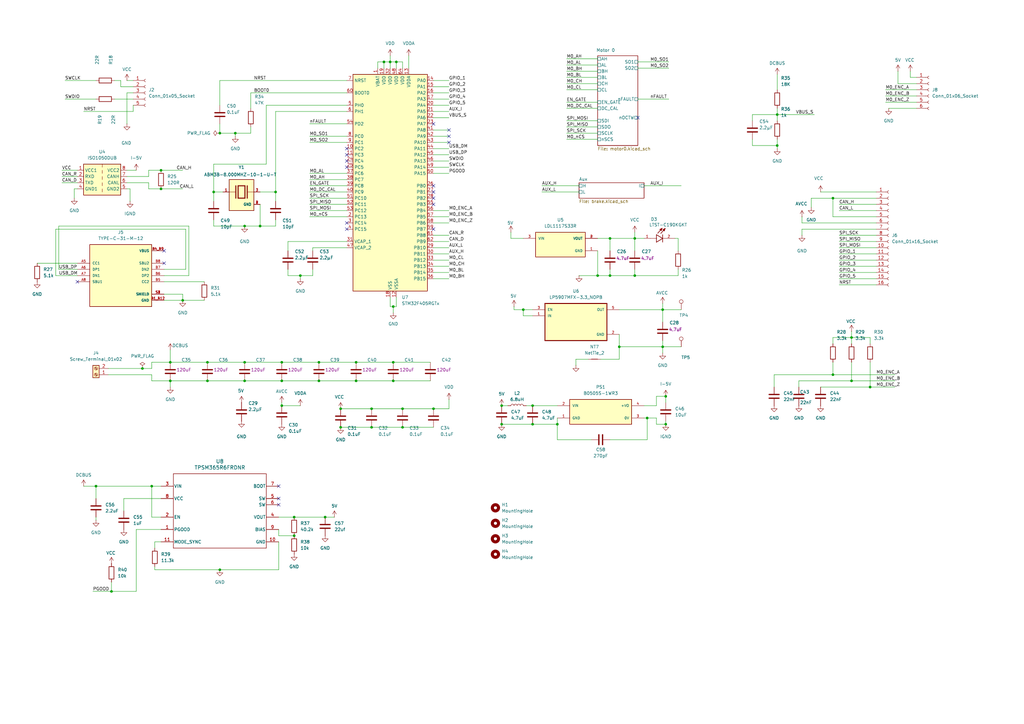
<source format=kicad_sch>
(kicad_sch (version 20231120) (generator "eeschema") (generator_version "8.0")
  (paper "A3")
  (junction (at 100.33 148.59))
  (junction (at 69.85 156.21))
  (junction (at 139.7 175.26))
  (junction (at 113.03 78.74))
  (junction (at 271.78 142.24))
  (junction (at 85.09 148.59))
  (junction (at 177.8 167.64))
  (junction (at 133.35 212.09))
  (junction (at 265.43 171.45))
  (junction (at 356.87 158.75))
  (junction (at 66.04 77.47))
  (junction (at 341.63 153.67))
  (junction (at 341.63 81.28))
  (junction (at 160.02 25.4))
  (junction (at 146.05 156.21))
  (junction (at 100.33 92.71))
  (junction (at 69.85 148.59))
  (junction (at 123.19 113.03))
  (junction (at 87.63 78.74))
  (junction (at 271.78 127))
  (junction (at 152.4 167.64))
  (junction (at 85.09 156.21))
  (junction (at 157.48 25.4))
  (junction (at 161.29 148.59))
  (junction (at 146.05 148.59))
  (junction (at 254 142.24))
  (junction (at 318.77 59.69))
  (junction (at 74.93 123.19))
  (junction (at 96.52 54.61))
  (junction (at 273.05 173.99))
  (junction (at 62.23 199.39))
  (junction (at 152.4 175.26))
  (junction (at 115.57 166.37))
  (junction (at 349.25 156.21))
  (junction (at 250.19 97.79))
  (junction (at 161.29 156.21))
  (junction (at 58.42 151.13))
  (junction (at 260.35 97.79))
  (junction (at 45.72 242.57))
  (junction (at 165.1 175.26))
  (junction (at 349.25 138.43))
  (junction (at 90.17 54.61))
  (junction (at 318.77 46.99))
  (junction (at 218.44 173.99))
  (junction (at 90.17 233.68))
  (junction (at 273.05 162.56))
  (junction (at 260.35 113.03))
  (junction (at 106.68 92.71))
  (junction (at 214.63 127))
  (junction (at 218.44 166.37))
  (junction (at 130.81 156.21))
  (junction (at 161.29 125.73))
  (junction (at 162.56 25.4))
  (junction (at 139.7 167.64))
  (junction (at 115.57 148.59))
  (junction (at 205.74 173.99))
  (junction (at 39.37 199.39))
  (junction (at 120.65 212.09))
  (junction (at 228.6 173.99))
  (junction (at 66.04 69.85))
  (junction (at 205.74 166.37))
  (junction (at 120.65 219.71))
  (junction (at 100.33 156.21))
  (junction (at 165.1 167.64))
  (junction (at 250.19 113.03))
  (junction (at 130.81 148.59))
  (junction (at 115.57 156.21))
  (junction (at 245.11 113.03))
  (no_connect (at 177.8 93.98))
  (no_connect (at 142.24 93.98))
  (no_connect (at 177.8 78.74))
  (no_connect (at 142.24 68.58))
  (no_connect (at 142.24 63.5))
  (no_connect (at 114.3 207.01))
  (no_connect (at 261.62 48.26))
  (no_connect (at 177.8 76.2))
  (no_connect (at 114.3 199.39))
  (no_connect (at 177.8 83.82))
  (no_connect (at 177.8 81.28))
  (no_connect (at 67.31 102.87))
  (no_connect (at 31.75 115.57))
  (no_connect (at 142.24 91.44))
  (no_connect (at 114.3 204.47))
  (no_connect (at 184.15 53.34))
  (no_connect (at 177.8 50.8))
  (no_connect (at 67.31 107.95))
  (no_connect (at 142.24 60.96))
  (no_connect (at 184.15 58.42))
  (no_connect (at 184.15 55.88))
  (no_connect (at 142.24 66.04))
  (wire (pts (xy 69.85 158.75) (xy 69.85 156.21)))
  (wire (pts (xy 67.31 120.65) (xy 74.93 120.65)))
  (wire (pts (xy 100.33 92.71) (xy 106.68 92.71)))
  (wire (pts (xy 341.63 148.59) (xy 341.63 153.67)))
  (wire (pts (xy 30.48 77.47) (xy 30.48 81.28)))
  (wire (pts (xy 318.77 59.69) (xy 318.77 60.96)))
  (wire (pts (xy 113.03 92.71) (xy 113.03 90.17)))
  (wire (pts (xy 274.32 27.94) (xy 261.62 27.94)))
  (wire (pts (xy 177.8 86.36) (xy 184.15 86.36)))
  (wire (pts (xy 341.63 81.28) (xy 341.63 88.9)))
  (wire (pts (xy 160.02 22.86) (xy 160.02 25.4)))
  (wire (pts (xy 237.49 78.74) (xy 222.25 78.74)))
  (wire (pts (xy 24.13 92.71) (xy 77.47 92.71)))
  (wire (pts (xy 177.8 88.9) (xy 184.15 88.9)))
  (wire (pts (xy 359.41 93.98) (xy 328.93 93.98)))
  (wire (pts (xy 328.93 91.44) (xy 328.93 88.9)))
  (wire (pts (xy 106.68 83.82) (xy 106.68 92.71)))
  (wire (pts (xy 127 50.8) (xy 142.24 50.8)))
  (wire (pts (xy 113.03 45.72) (xy 113.03 78.74)))
  (wire (pts (xy 74.93 120.65) (xy 74.93 123.19)))
  (wire (pts (xy 113.03 78.74) (xy 113.03 82.55)))
  (wire (pts (xy 127 76.2) (xy 142.24 76.2)))
  (wire (pts (xy 55.88 242.57) (xy 55.88 217.17)))
  (wire (pts (xy 177.8 45.72) (xy 184.15 45.72)))
  (wire (pts (xy 356.87 158.75) (xy 367.03 158.75)))
  (wire (pts (xy 162.56 25.4) (xy 162.56 27.94)))
  (wire (pts (xy 123.19 114.3) (xy 123.19 113.03)))
  (wire (pts (xy 245.11 57.15) (xy 232.41 57.15)))
  (wire (pts (xy 368.3 34.29) (xy 368.3 29.21)))
  (wire (pts (xy 66.04 77.47) (xy 74.93 77.47)))
  (wire (pts (xy 34.29 45.72) (xy 54.61 45.72)))
  (wire (pts (xy 85.09 148.59) (xy 100.33 148.59)))
  (wire (pts (xy 127 71.12) (xy 142.24 71.12)))
  (wire (pts (xy 184.15 96.52) (xy 177.8 96.52)))
  (wire (pts (xy 375.92 39.37) (xy 363.22 39.37)))
  (wire (pts (xy 327.66 156.21) (xy 349.25 156.21)))
  (wire (pts (xy 69.85 156.21) (xy 85.09 156.21)))
  (wire (pts (xy 269.24 171.45) (xy 265.43 171.45)))
  (wire (pts (xy 336.55 158.75) (xy 356.87 158.75)))
  (wire (pts (xy 62.23 148.59) (xy 62.23 151.13)))
  (wire (pts (xy 77.47 92.71) (xy 77.47 113.03)))
  (wire (pts (xy 114.3 222.25) (xy 114.3 233.68)))
  (wire (pts (xy 157.48 25.4) (xy 160.02 25.4)))
  (wire (pts (xy 154.94 25.4) (xy 157.48 25.4)))
  (wire (pts (xy 359.41 96.52) (xy 344.17 96.52)))
  (wire (pts (xy 118.11 113.03) (xy 123.19 113.03)))
  (wire (pts (xy 142.24 83.82) (xy 127 83.82)))
  (wire (pts (xy 273.05 172.72) (xy 273.05 173.99)))
  (wire (pts (xy 278.13 113.03) (xy 260.35 113.03)))
  (wire (pts (xy 154.94 27.94) (xy 154.94 25.4)))
  (wire (pts (xy 308.61 46.99) (xy 318.77 46.99)))
  (wire (pts (xy 245.11 102.87) (xy 245.11 113.03)))
  (wire (pts (xy 341.63 138.43) (xy 349.25 138.43)))
  (wire (pts (xy 58.42 151.13) (xy 62.23 151.13)))
  (wire (pts (xy 69.85 148.59) (xy 62.23 148.59)))
  (wire (pts (xy 60.96 77.47) (xy 66.04 77.47)))
  (wire (pts (xy 165.1 167.64) (xy 177.8 167.64)))
  (wire (pts (xy 336.55 78.74) (xy 359.41 78.74)))
  (wire (pts (xy 359.41 101.6) (xy 344.17 101.6)))
  (wire (pts (xy 271.78 142.24) (xy 279.4 142.24)))
  (wire (pts (xy 45.72 242.57) (xy 55.88 242.57)))
  (wire (pts (xy 177.8 55.88) (xy 184.15 55.88)))
  (wire (pts (xy 318.77 46.99) (xy 318.77 49.53)))
  (wire (pts (xy 184.15 71.12) (xy 177.8 71.12)))
  (wire (pts (xy 250.19 110.49) (xy 250.19 113.03)))
  (wire (pts (xy 250.19 180.34) (xy 265.43 180.34)))
  (wire (pts (xy 205.74 173.99) (xy 218.44 173.99)))
  (wire (pts (xy 15.24 107.95) (xy 31.75 107.95)))
  (wire (pts (xy 237.49 76.2) (xy 222.25 76.2)))
  (wire (pts (xy 77.47 113.03) (xy 67.31 113.03)))
  (wire (pts (xy 152.4 175.26) (xy 165.1 175.26)))
  (wire (pts (xy 214.63 127) (xy 218.44 127)))
  (wire (pts (xy 375.92 41.91) (xy 363.22 41.91)))
  (wire (pts (xy 152.4 167.64) (xy 165.1 167.64)))
  (wire (pts (xy 52.07 69.85) (xy 55.88 69.85)))
  (wire (pts (xy 318.77 46.99) (xy 334.01 46.99)))
  (wire (pts (xy 349.25 156.21) (xy 367.03 156.21)))
  (wire (pts (xy 22.86 113.03) (xy 31.75 113.03)))
  (wire (pts (xy 271.78 127) (xy 271.78 124.46)))
  (wire (pts (xy 62.23 199.39) (xy 62.23 212.09)))
  (wire (pts (xy 245.11 52.07) (xy 232.41 52.07)))
  (wire (pts (xy 142.24 43.18) (xy 109.22 43.18)))
  (wire (pts (xy 142.24 88.9) (xy 127 88.9)))
  (wire (pts (xy 177.8 60.96) (xy 184.15 60.96)))
  (wire (pts (xy 160.02 125.73) (xy 161.29 125.73)))
  (wire (pts (xy 66.04 69.85) (xy 74.93 69.85)))
  (wire (pts (xy 269.24 173.99) (xy 269.24 171.45)))
  (wire (pts (xy 317.5 158.75) (xy 317.5 153.67)))
  (wire (pts (xy 210.82 125.73) (xy 210.82 127)))
  (wire (pts (xy 52.07 74.93) (xy 60.96 74.93)))
  (wire (pts (xy 90.17 50.8) (xy 90.17 54.61)))
  (wire (pts (xy 142.24 81.28) (xy 127 81.28)))
  (wire (pts (xy 245.11 24.13) (xy 232.41 24.13)))
  (wire (pts (xy 66.04 204.47) (xy 50.8 204.47)))
  (wire (pts (xy 102.87 54.61) (xy 102.87 52.07)))
  (wire (pts (xy 359.41 116.84) (xy 344.17 116.84)))
  (wire (pts (xy 278.13 97.79) (xy 278.13 102.87)))
  (wire (pts (xy 349.25 135.89) (xy 349.25 138.43)))
  (wire (pts (xy 250.19 113.03) (xy 260.35 113.03)))
  (wire (pts (xy 254 142.24) (xy 254 147.32)))
  (wire (pts (xy 318.77 44.45) (xy 318.77 46.99)))
  (wire (pts (xy 237.49 113.03) (xy 245.11 113.03)))
  (wire (pts (xy 25.4 72.39) (xy 31.75 72.39)))
  (wire (pts (xy 162.56 125.73) (xy 162.56 121.92)))
  (wire (pts (xy 133.35 212.09) (xy 137.16 212.09)))
  (wire (pts (xy 177.8 58.42) (xy 184.15 58.42)))
  (wire (pts (xy 46.99 40.64) (xy 54.61 40.64)))
  (wire (pts (xy 318.77 30.48) (xy 318.77 36.83)))
  (wire (pts (xy 45.72 238.76) (xy 45.72 242.57)))
  (wire (pts (xy 161.29 156.21) (xy 176.53 156.21)))
  (wire (pts (xy 359.41 106.68) (xy 344.17 106.68)))
  (wire (pts (xy 359.41 109.22) (xy 344.17 109.22)))
  (wire (pts (xy 114.3 212.09) (xy 120.65 212.09)))
  (wire (pts (xy 245.11 54.61) (xy 232.41 54.61)))
  (wire (pts (xy 308.61 49.53) (xy 308.61 46.99)))
  (wire (pts (xy 123.19 113.03) (xy 128.27 113.03)))
  (wire (pts (xy 128.27 113.03) (xy 128.27 110.49)))
  (wire (pts (xy 128.27 102.87) (xy 128.27 101.6)))
  (wire (pts (xy 184.15 99.06) (xy 177.8 99.06)))
  (wire (pts (xy 74.93 123.19) (xy 67.31 123.19)))
  (wire (pts (xy 260.35 102.87) (xy 260.35 97.79)))
  (wire (pts (xy 318.77 59.69) (xy 308.61 59.69)))
  (wire (pts (xy 269.24 162.56) (xy 273.05 162.56)))
  (wire (pts (xy 118.11 99.06) (xy 118.11 102.87)))
  (wire (pts (xy 271.78 127) (xy 271.78 132.08)))
  (wire (pts (xy 76.2 110.49) (xy 76.2 93.98)))
  (wire (pts (xy 245.11 29.21) (xy 232.41 29.21)))
  (wire (pts (xy 142.24 55.88) (xy 127 55.88)))
  (wire (pts (xy 115.57 166.37) (xy 123.19 166.37)))
  (wire (pts (xy 127 73.66) (xy 142.24 73.66)))
  (wire (pts (xy 90.17 33.02) (xy 90.17 43.18)))
  (wire (pts (xy 245.11 31.75) (xy 232.41 31.75)))
  (wire (pts (xy 52.07 72.39) (xy 60.96 72.39)))
  (wire (pts (xy 120.65 212.09) (xy 133.35 212.09)))
  (wire (pts (xy 356.87 148.59) (xy 356.87 158.75)))
  (wire (pts (xy 177.8 167.64) (xy 184.15 167.64)))
  (wire (pts (xy 177.8 33.02) (xy 184.15 33.02)))
  (wire (pts (xy 22.86 93.98) (xy 22.86 113.03)))
  (wire (pts (xy 245.11 41.91) (xy 232.41 41.91)))
  (wire (pts (xy 359.41 104.14) (xy 344.17 104.14)))
  (wire (pts (xy 25.4 69.85) (xy 31.75 69.85)))
  (wire (pts (xy 24.13 110.49) (xy 31.75 110.49)))
  (wire (pts (xy 63.5 224.79) (xy 63.5 222.25)))
  (wire (pts (xy 177.8 91.44) (xy 184.15 91.44)))
  (wire (pts (xy 128.27 101.6) (xy 142.24 101.6)))
  (wire (pts (xy 24.13 110.49) (xy 24.13 92.71)))
  (wire (pts (xy 317.5 153.67) (xy 341.63 153.67)))
  (wire (pts (xy 328.93 93.98) (xy 328.93 96.52)))
  (wire (pts (xy 184.15 163.83) (xy 184.15 167.64)))
  (wire (pts (xy 167.64 22.86) (xy 167.64 27.94)))
  (wire (pts (xy 341.63 81.28) (xy 332.74 81.28)))
  (wire (pts (xy 332.74 81.28) (xy 332.74 85.09)))
  (wire (pts (xy 341.63 153.67) (xy 367.03 153.67)))
  (wire (pts (xy 106.68 78.74) (xy 113.03 78.74)))
  (wire (pts (xy 39.37 199.39) (xy 39.37 204.47)))
  (wire (pts (xy 177.8 38.1) (xy 184.15 38.1)))
  (wire (pts (xy 210.82 127) (xy 214.63 127)))
  (wire (pts (xy 85.09 156.21) (xy 100.33 156.21)))
  (wire (pts (xy 349.25 148.59) (xy 349.25 156.21)))
  (wire (pts (xy 38.1 242.57) (xy 45.72 242.57)))
  (wire (pts (xy 276.86 97.79) (xy 278.13 97.79)))
  (wire (pts (xy 245.11 26.67) (xy 232.41 26.67)))
  (wire (pts (xy 359.41 91.44) (xy 328.93 91.44)))
  (wire (pts (xy 142.24 99.06) (xy 118.11 99.06)))
  (wire (pts (xy 177.8 66.04) (xy 184.15 66.04)))
  (wire (pts (xy 63.5 233.68) (xy 90.17 233.68)))
  (wire (pts (xy 31.75 77.47) (xy 30.48 77.47)))
  (wire (pts (xy 100.33 148.59) (xy 115.57 148.59)))
  (wire (pts (xy 254 142.24) (xy 271.78 142.24)))
  (wire (pts (xy 373.38 31.75) (xy 373.38 29.21)))
  (wire (pts (xy 130.81 148.59) (xy 146.05 148.59)))
  (wire (pts (xy 50.8 204.47) (xy 50.8 209.55)))
  (wire (pts (xy 114.3 219.71) (xy 120.65 219.71)))
  (wire (pts (xy 254 137.16) (xy 254 142.24)))
  (wire (pts (xy 63.5 232.41) (xy 63.5 233.68)))
  (wire (pts (xy 118.11 110.49) (xy 118.11 113.03)))
  (wire (pts (xy 90.17 233.68) (xy 114.3 233.68)))
  (wire (pts (xy 250.19 97.79) (xy 250.19 102.87)))
  (wire (pts (xy 273.05 162.56) (xy 273.05 165.1)))
  (wire (pts (xy 87.63 90.17) (xy 87.63 92.71)))
  (wire (pts (xy 115.57 148.59) (xy 130.81 148.59)))
  (wire (pts (xy 254 127) (xy 271.78 127)))
  (wire (pts (xy 87.63 67.31) (xy 109.22 67.31)))
  (wire (pts (xy 52.07 38.1) (xy 52.07 50.8)))
  (wire (pts (xy 184.15 114.3) (xy 177.8 114.3)))
  (wire (pts (xy 102.87 38.1) (xy 102.87 44.45)))
  (wire (pts (xy 69.85 148.59) (xy 85.09 148.59)))
  (wire (pts (xy 236.22 147.32) (xy 236.22 149.86)))
  (wire (pts (xy 161.29 125.73) (xy 161.29 128.27)))
  (wire (pts (xy 52.07 77.47) (xy 53.34 77.47)))
  (wire (pts (xy 130.81 156.21) (xy 146.05 156.21)))
  (wire (pts (xy 34.29 199.39) (xy 39.37 199.39)))
  (wire (pts (xy 368.3 34.29) (xy 375.92 34.29)))
  (wire (pts (xy 54.61 45.72) (xy 54.61 43.18)))
  (wire (pts (xy 341.63 138.43) (xy 341.63 140.97)))
  (wire (pts (xy 62.23 212.09) (xy 66.04 212.09)))
  (wire (pts (xy 109.22 43.18) (xy 109.22 67.31)))
  (wire (pts (xy 177.8 68.58) (xy 184.15 68.58)))
  (wire (pts (xy 83.82 123.19) (xy 74.93 123.19)))
  (wire (pts (xy 279.4 127) (xy 271.78 127)))
  (wire (pts (xy 271.78 144.78) (xy 271.78 142.24)))
  (wire (pts (xy 62.23 153.67) (xy 62.23 156.21)))
  (wire (pts (xy 274.32 25.4) (xy 261.62 25.4)))
  (wire (pts (xy 165.1 25.4) (xy 165.1 27.94)))
  (wire (pts (xy 142.24 58.42) (xy 127 58.42)))
  (wire (pts (xy 318.77 57.15) (xy 318.77 59.69)))
  (wire (pts (xy 54.61 38.1) (xy 52.07 38.1)))
  (wire (pts (xy 215.9 166.37) (xy 218.44 166.37)))
  (wire (pts (xy 115.57 165.1) (xy 115.57 166.37)))
  (wire (pts (xy 344.17 86.36) (xy 359.41 86.36)))
  (wire (pts (xy 60.96 72.39) (xy 60.96 69.85)))
  (wire (pts (xy 245.11 44.45) (xy 232.41 44.45)))
  (wire (pts (xy 209.55 97.79) (xy 209.55 95.25)))
  (wire (pts (xy 115.57 156.21) (xy 130.81 156.21)))
  (wire (pts (xy 245.11 113.03) (xy 250.19 113.03)))
  (wire (pts (xy 278.13 110.49) (xy 278.13 113.03)))
  (wire (pts (xy 228.6 173.99) (xy 228.6 171.45)))
  (wire (pts (xy 139.7 167.64) (xy 152.4 167.64)))
  (wire (pts (xy 46.99 33.02) (xy 49.53 33.02)))
  (wire (pts (xy 375.92 31.75) (xy 373.38 31.75)))
  (wire (pts (xy 165.1 175.26) (xy 177.8 175.26)))
  (wire (pts (xy 102.87 38.1) (xy 142.24 38.1)))
  (wire (pts (xy 359.41 114.3) (xy 344.17 114.3)))
  (wire (pts (xy 274.32 40.64) (xy 261.62 40.64)))
  (wire (pts (xy 228.6 173.99) (xy 228.6 180.34)))
  (wire (pts (xy 214.63 127) (xy 214.63 129.54)))
  (wire (pts (xy 90.17 54.61) (xy 96.52 54.61)))
  (wire (pts (xy 327.66 158.75) (xy 327.66 156.21)))
  (wire (pts (xy 349.25 138.43) (xy 356.87 138.43)))
  (wire (pts (xy 356.87 138.43) (xy 356.87 140.97)))
  (wire (pts (xy 142.24 78.74) (xy 127 78.74)))
  (wire (pts (xy 260.35 113.03) (xy 260.35 110.49)))
  (wire (pts (xy 245.11 49.53) (xy 232.41 49.53)))
  (wire (pts (xy 161.29 125.73) (xy 162.56 125.73)))
  (wire (pts (xy 359.41 111.76) (xy 344.17 111.76)))
  (wire (pts (xy 26.67 33.02) (xy 39.37 33.02)))
  (wire (pts (xy 39.37 199.39) (xy 62.23 199.39)))
  (wire (pts (xy 228.6 180.34) (xy 242.57 180.34)))
  (wire (pts (xy 375.92 36.83) (xy 363.22 36.83)))
  (wire (pts (xy 69.85 143.51) (xy 69.85 148.59)))
  (wire (pts (xy 67.31 110.49) (xy 76.2 110.49)))
  (wire (pts (xy 62.23 199.39) (xy 66.04 199.39)))
  (wire (pts (xy 52.07 33.02) (xy 54.61 33.02)))
  (wire (pts (xy 260.35 97.79) (xy 260.35 95.25)))
  (wire (pts (xy 177.8 63.5) (xy 184.15 63.5)))
  (wire (pts (xy 177.8 106.68) (xy 184.15 106.68)))
  (wire (pts (xy 161.29 148.59) (xy 176.53 148.59)))
  (wire (pts (xy 269.24 173.99) (xy 273.05 173.99)))
  (wire (pts (xy 55.88 217.17) (xy 66.04 217.17)))
  (wire (pts (xy 364.49 44.45) (xy 375.92 44.45)))
  (wire (pts (xy 308.61 59.69) (xy 308.61 57.15)))
  (wire (pts (xy 359.41 81.28) (xy 341.63 81.28)))
  (wire (pts (xy 271.78 142.24) (xy 271.78 139.7)))
  (wire (pts (xy 54.61 35.56) (xy 49.53 35.56)))
  (wire (pts (xy 269.24 162.56) (xy 269.24 166.37)))
  (wire (pts (xy 218.44 166.37) (xy 228.6 166.37)))
  (wire (pts (xy 265.43 171.45) (xy 264.16 171.45)))
  (wire (pts (xy 87.63 78.74) (xy 91.44 78.74)))
  (wire (pts (xy 102.87 54.61) (xy 96.52 54.61)))
  (wire (pts (xy 44.45 151.13) (xy 58.42 151.13)))
  (wire (pts (xy 53.34 77.47) (xy 53.34 82.55)))
  (wire (pts (xy 106.68 92.71) (xy 113.03 92.71)))
  (wire (pts (xy 250.19 97.79) (xy 260.35 97.79)))
  (wire (pts (xy 49.53 35.56) (xy 49.53 33.02)))
  (wire (pts (xy 160.02 121.92) (xy 160.02 125.73)))
  (wire (pts (xy 344.17 83.82) (xy 359.41 83.82)))
  (wire (pts (xy 246.38 147.32) (xy 254 147.32)))
  (wire (pts (xy 265.43 180.34) (xy 265.43 171.45)))
  (wire (pts (xy 218.44 173.99) (xy 228.6 173.99)))
  (wire (pts (xy 25.4 74.93) (xy 31.75 74.93)))
  (wire (pts (xy 39.37 212.09) (xy 39.37 213.36)))
  (wire (pts (xy 184.15 101.6) (xy 177.8 101.6)))
  (wire (pts (xy 177.8 40.64) (xy 184.15 40.64)))
  (wire (pts (xy 214.63 129.54) (xy 218.44 129.54)))
  (wire (pts (xy 142.24 86.36) (xy 127 86.36)))
  (wire (pts (xy 359.41 88.9) (xy 341.63 88.9)))
  (wire (pts (xy 245.11 34.29) (xy 232.41 34.29)))
  (wire (pts (xy 114.3 217.17) (xy 114.3 219.71)))
  (wire (pts (xy 184.15 111.76) (xy 177.8 111.76)))
  (wire (pts (xy 184.15 104.14) (xy 177.8 104.14)))
  (wire (pts (xy 96.52 55.88) (xy 96.52 54.61)))
  (wire (pts (xy 44.45 153.67) (xy 62.23 153.67)))
  (wire (pts (xy 26.67 40.64) (xy 39.37 40.64)))
  (wire (pts (xy 205.74 166.37) (xy 208.28 166.37)))
  (wire (pts (xy 184.15 109.22) (xy 177.8 109.22)))
  (wire (pts (xy 87.63 92.71) (xy 100.33 92.71)))
  (wire (pts (xy 146.05 148.59) (xy 161.29 148.59)))
  (wire (pts (xy 83.82 115.57) (xy 67.31 115.57)))
  (wire (pts (xy 87.63 67.31) (xy 87.63 78.74)))
  (wire (pts (xy 63.5 222.25) (xy 66.04 222.25)))
  (wire (pts (xy 279.4 76.2) (xy 264.16 76.2)))
  (wire (pts (xy 87.63 78.74) (xy 87.63 82.55)))
  (wire (pts (xy 162.56 25.4) (xy 165.1 25.4)))
  (wire (pts (xy 349.25 138.43) (xy 349.25 140.97)))
  (wire (pts (xy 160.02 25.4) (xy 162.56 25.4)))
  (wire (pts (xy 62.23 156.21) (xy 69.85 156.21)))
  (wire (pts (xy 236.22 147.32) (xy 241.3 147.32)))
  (wire (pts (xy 60.96 74.93) (xy 60.96 77.47)))
  (wire (pts (xy 100.33 156.21) (xy 115.57 156.21)))
  (wire (pts (xy 157.48 27.94) (xy 157.48 25.4)))
  (wire (pts (xy 142.24 33.02) (xy 90.17 33.02)))
  (wire (pts (xy 245.11 97.79) (xy 250.19 97.79)))
  (wire (pts (xy 76.2 93.98) (xy 22.86 93.98)))
  (wire (pts (xy 214.63 97.79) (xy 209.55 97.79)))
  (wire (pts (xy 269.24 166.37) (xy 264.16 166.37)))
  (wire (pts (xy 359.41 99.06) (xy 344.17 99.06)))
  (wire (pts (xy 177.8 43.18) (xy 184.15 43.18)))
  (wire (pts (xy 139.7 175.26) (xy 152.4 175.26)))
  (wire (pts (xy 177.8 53.34) (xy 184.15 53.34)))
  (wire (pts (xy 146.05 156.21) (xy 161.29 156.21)))
  (wire (pts (xy 177.8 48.26) (xy 184.15 48.26)))
  (wire (pts (xy 160.02 27.94) (xy 160.02 25.4)))
  (wire (pts (xy 260.35 97.79) (xy 264.16 97.79)))
  (wire (pts (xy 142.24 45.72) (xy 113.03 45.72)))
  (wire (pts (xy 245.11 36.83) (xy 232.41 36.83)))
  (wire (pts (xy 177.8 35.56) (xy 184.15 35.56)))
  (wire (pts (xy 60.96 69.85) (xy 66.04 69.85)))
  (label "SWCLK" (at 184.15 68.58 0))
  (label "USB_DP" (at 24.13 110.49 0))
  (label "AUX_I" (at 184.15 45.72 0))
  (label "M0_CL" (at 232.41 36.83 0))
  (label "CAN_R" (at 184.15 96.52 0))
  (label "SPI_MOSI" (at 232.41 49.53 0))
  (label "SPI_SCK" (at 232.41 54.61 0))
  (label "M0_AL" (at 127 71.12 0))
  (label "SPI_SCK" (at 127 81.28 0))
  (label "PGOOD" (at 38.1 242.57 0))
  (label "SWDIO" (at 184.15 66.04 0))
  (label "M0_BH" (at 184.15 114.3 0))
  (label "M0_ENC_Z" (at 359.41 158.75 0))
  (label "EN_GATE" (at 127 76.2 0))
  (label "NRST" (at 344.17 116.84 0))
  (label "M0_DC_CAL" (at 232.41 44.45 0))
  (label "M0_ENC_A" (at 184.15 86.36 0))
  (label "SPI_MISO" (at 344.17 99.06 0))
  (label "GPIO_3" (at 184.15 38.1 0))
  (label "M0_SO1" (at 127 55.88 0))
  (label "AUX_L" (at 184.15 101.6 0))
  (label "M0_nCS" (at 232.41 57.15 0))
  (label "M0_AH" (at 127 73.66 0))
  (label "GPIO_5" (at 344.17 114.3 0))
  (label "M0_ENC_A" (at 363.22 36.83 0))
  (label "SPI_MOSI" (at 127 86.36 0))
  (label "M0_CH" (at 184.15 109.22 0))
  (label "GPIO_1" (at 344.17 104.14 0))
  (label "BOOT0" (at 104.14 38.1 0))
  (label "GPIO_4" (at 184.15 40.64 0))
  (label "SWDIO" (at 26.67 40.64 0))
  (label "SPI_MOSI" (at 344.17 101.6 0))
  (label "CAN_R" (at 25.4 72.39 0))
  (label "GPIO_4" (at 344.17 111.76 0))
  (label "M0_ENC_Z" (at 184.15 91.44 0))
  (label "NRST" (at 104.14 33.02 0))
  (label "GPIO_2" (at 184.15 35.56 0))
  (label "EN_GATE" (at 232.41 41.91 0))
  (label "CAN_D" (at 25.4 74.93 0))
  (label "CAN_H" (at 344.17 83.82 0))
  (label "M0_BL" (at 184.15 111.76 0))
  (label "USB_DM" (at 24.13 113.03 0))
  (label "M0_AL" (at 232.41 26.67 0))
  (label "M0_ENC_Z" (at 363.22 41.91 0))
  (label "SPI_MISO" (at 232.41 52.07 0))
  (label "M0_ENC_B" (at 359.41 156.21 0))
  (label "M0_AH" (at 232.41 24.13 0))
  (label "NRST" (at 34.29 45.72 0))
  (label "USB_DM" (at 184.15 60.96 0))
  (label "nFAULT" (at 266.7 40.64 0))
  (label "CAN_H" (at 72.39 69.85 0))
  (label "GPIO_1" (at 184.15 33.02 0))
  (label "AUX_L" (at 222.25 78.74 0))
  (label "M0_DC_CAL" (at 127 78.74 0))
  (label "nFAULT" (at 127 50.8 0))
  (label "GPIO_5" (at 184.15 43.18 0))
  (label "SPI_SCK" (at 344.17 96.52 0))
  (label "PGOOD" (at 184.15 71.12 0))
  (label "VBUS_S" (at 326.39 46.99 0))
  (label "SWCLK" (at 26.67 33.02 0))
  (label "CAN_L" (at 344.17 86.36 0))
  (label "M0_SO2" (at 266.7 27.94 0))
  (label "GPIO_2" (at 344.17 106.68 0))
  (label "VCC" (at 25.4 69.85 0))
  (label "AUX_I" (at 266.7 76.2 0))
  (label "USB_DP" (at 184.15 63.5 0))
  (label "M0_BL" (at 232.41 31.75 0))
  (label "M0_ENC_B" (at 184.15 88.9 0))
  (label "SPI_MISO" (at 127 83.82 0))
  (label "AUX_H" (at 222.25 76.2 0))
  (label "M0_ENC_A" (at 359.41 153.67 0))
  (label "AUX_H" (at 184.15 104.14 0))
  (label "M0_CH" (at 232.41 34.29 0))
  (label "M0_SO1" (at 266.7 25.4 0))
  (label "M0_BH" (at 232.41 29.21 0))
  (label "CAN_L" (at 73.66 77.47 0))
  (label "M0_SO2" (at 127 58.42 0))
  (label "M0_ENC_B" (at 363.22 39.37 0))
  (label "GPIO_3" (at 344.17 109.22 0))
  (label "M0_CL" (at 184.15 106.68 0))
  (label "VBUS_S" (at 184.15 48.26 0))
  (label "M0_nCS" (at 127 88.9 0))
  (label "CAN_D" (at 184.15 99.06 0))
  (symbol (lib_id "Mechanical:MountingHole") (at 203.2 208.28 0) (unit 1) (exclude_from_sim yes) (in_bom no)
    (property "Reference" "H1" (at 205.74 207.0099 0) (effects (justify left)))
    (property "Value" "MountingHole" (at 205.74 209.5499 0) (effects (justify left)))
    (property "Footprint" "MountingHole:MountingHole_2.2mm_M2" (effects (hide yes)))
    (property "Description" "Mounting Hole without connection" (effects (hide yes)))
  )
  (symbol (lib_id "LTST-C190KGKT:LTST-C190KGKT") (at 271.78 97.79 0) (unit 1)
    (property "Reference" "D3" (at 268.224 89.916 0))
    (property "Value" "LTST-C190KGKT" (at 274.066 92.202 0))
    (property "Footprint" "Diode_SMD:D_0603_1608Metric" (effects (hide yes)))
    (property "MF" "Lite-On Inc." (effects (hide yes)))
    (property "Description_1" "\nGreen 571nm LED Indication - Discrete 2V 0603 (1608 Metric)\n" (effects (hide yes)))
    (property "Package" "0603 Lite-On" (effects (hide yes)))
    (property "Price" "None" (effects (hide yes)))
    (property "SnapEDA_Link" "https://www.snapeda.com/parts/LTST-C190KGKT/Lite-On+Inc./view-part/?ref=snap" (effects (hide yes)))
    (property "MP" "LTST-C190KGKT" (effects (hide yes)))
    (property "Availability" "In Stock" (effects (hide yes)))
    (property "Check_prices" "https://www.snapeda.com/parts/LTST-C190KGKT/Lite-On+Inc./view-part/?ref=eda" (effects (hide yes)))
  )
  (symbol (lib_id "Device:R") (at 120.65 215.9 0) (unit 1)
    (property "Reference" "R37" (at 123.19 214.6299 0) (effects (justify left)))
    (property "Value" "40.2k" (at 123.19 217.1699 0) (effects (justify left)))
    (property "Footprint" "Resistor_SMD:R_0603_1608Metric" (effects (hide yes)))
    (property "Description" "Resistor" (effects (hide yes)))
  )
  (symbol (lib_id "power:GND") (at 236.22 149.86 0) (unit 1)
    (property "Reference" "#PWR039" (effects (hide yes)))
    (property "Value" "GND" (effects (hide yes)))
  )
  (symbol (lib_id "power:GND") (at 205.74 173.99 0) (unit 1)
    (property "Reference" "#PWR043" (effects (hide yes)))
    (property "Value" "GND" (at 205.74 179.07 0))
    (property "Description" "Power symbol creates a global label with name \"GND\" , ground" (effects (hide yes)))
  )
  (symbol (lib_id "power:VCC") (at 260.35 95.25 0) (unit 1)
    (property "Reference" "#PWR037" (effects (hide yes)))
    (property "Value" "VCC" (at 260.35 90.17 0))
    (property "Description" "Power symbol creates a global label with name \"VCC\"" (effects (hide yes)))
  )
  (symbol (lib_id "power:GND") (at 123.19 114.3 0) (unit 1)
    (property "Reference" "#PWR076" (effects (hide yes)))
    (property "Value" "GND" (at 123.19 119.38 0))
    (property "Description" "Power symbol creates a global label with name \"GND\" , ground" (effects (hide yes)))
  )
  (symbol (lib_id "power:GND") (at 364.49 44.45 0) (unit 1)
    (property "Reference" "#PWR058" (effects (hide yes)))
    (property "Value" "GND" (at 364.49 49.53 0))
    (property "Description" "Power symbol creates a global label with name \"GND\" , ground" (effects (hide yes)))
  )
  (symbol (lib_id "power:+5V") (at 34.29 199.39 0) (unit 1)
    (property "Reference" "#PWR088" (effects (hide yes)))
    (property "Value" "DCBUS" (at 34.29 194.818 0))
  )
  (symbol (lib_id "Device:C") (at 39.37 208.28 0) (unit 1)
    (property "Reference" "C56" (at 43.18 207.0099 0) (effects (justify left)))
    (property "Value" "2.2uF" (at 43.18 209.5499 0) (effects (justify left)))
    (property "Footprint" "Capacitor_SMD:C_1210_3225Metric" (effects (hide yes)))
    (property "Description" "Unpolarized capacitor" (effects (hide yes)))
  )
  (symbol (lib_id "Interface_CAN_LIN:ISO1050DUB") (at 41.91 72.39 0) (unit 1)
    (property "Reference" "U4" (at 41.91 62.23 0))
    (property "Value" "ISO1050DUB" (at 41.91 64.77 0))
    (property "Footprint" "Package_SO:SOP-8_6.62x9.15mm_P2.54mm" (effects (hide yes)))
    (property "Datasheet" "http://www.ti.com/lit/ds/symlink/iso1050.pdf" (effects (hide yes)))
    (property "Description" "Isolated CAN Transceiver, SOP-8" (effects (hide yes)))
  )
  (symbol (lib_id "B0505S-1WR3:B0505S-1WR3") (at 246.38 168.91 0) (unit 1)
    (property "Reference" "PS1" (at 246.38 158.75 0))
    (property "Value" "B0505S-1WR3" (at 246.38 161.29 0))
    (property "Footprint" "Resistor_THT:R_Array_SIP4" (effects (hide yes)))
    (property "MF" "Mornsun America, LLC" (effects (hide yes)))
    (property "MAXIMUM_PACKAGE_HEIGHT" "10.41 mm" (effects (hide yes)))
    (property "Package" "SIP-4-4 MORNSUN" (effects (hide yes)))
    (property "Price" "None" (effects (hide yes)))
    (property "Check_prices" "https://www.snapeda.com/parts/B0505S-1WR3/MORNSUN/view-part/?ref=eda" (effects (hide yes)))
    (property "STANDARD" "Manufacturer Recommendations" (effects (hide yes)))
    (property "PARTREV" "2018.06.29-A/2" (effects (hide yes)))
    (property "SnapEDA_Link" "https://www.snapeda.com/parts/B0505S-1WR3/MORNSUN/view-part/?ref=snap" (effects (hide yes)))
    (property "MP" "B0505S-1WR3" (effects (hide yes)))
    (property "Description_1" "\nIsolated Module DC DC Converter 1 Output 5V 200mA 4.5V - 5.5V Input\n" (effects (hide yes)))
    (property "Availability" "In Stock" (effects (hide yes)))
    (property "MANUFACTURER" "Mornsun" (effects (hide yes)))
  )
  (symbol (lib_id "Device:R") (at 83.82 119.38 0) (unit 1)
    (property "Reference" "R31" (at 86.36 118.1099 0) (effects (justify left)))
    (property "Value" "5.1k" (at 86.36 120.6499 0) (effects (justify left)))
    (property "Footprint" "Resistor_SMD:R_0603_1608Metric" (effects (hide yes)))
    (property "Description" "Resistor" (effects (hide yes)))
  )
  (symbol (lib_id "power:VCC") (at 45.72 231.14 0) (unit 1)
    (property "Reference" "#PWR095" (effects (hide yes)))
    (property "Value" "VCC" (at 45.466 226.822 0))
  )
  (symbol (lib_id "Device:R") (at 43.18 40.64 90) (unit 1)
    (property "Reference" "R19" (at 41.656 51.054 0) (effects (justify left bottom)))
    (property "Value" "22R" (at 47.244 51.054 0) (effects (justify left bottom)))
    (property "Footprint" "Resistor_SMD:R_0603_1608Metric" (effects (hide yes)))
    (property "Description" "RES SMD 22 OHM 1% 1/10W 0603" (effects (hide yes)))
    (property "SUPPLIER 1" "Digi-Key" (effects (hide yes)))
    (property "SUPPLIER PART NUMBER 1" "311-22.0HRCT-ND" (effects (hide yes)))
    (property "MANUFACTURER" "Yageo" (effects (hide yes)))
    (property "MANUFACTURER PART NUMBER" "RC0603FR-0722RL" (effects (hide yes)))
    (property "ROHS" "RoHS Compliant" (effects (hide yes)))
    (property "CATEGORY" "Resistors" (effects (hide yes)))
    (property "STOCK 1" "575303" (effects (hide yes)))
    (property "PRICING 1" "1=0.1, 10=0.014, 25=0.01, 100=0.0057, 250=0.00436, 500=0.00348, 1000=0.00257, 2500=0.00223 (USD)" (effects (hide yes)))
    (property "PACKAGING" "Cut Tape (CT)" (effects (hide yes)))
    (property "RESISTANCE (OHMS)" "22" (effects (hide yes)))
    (property "TOLERANCE" "±1%" (effects (hide yes)))
    (property "POWER (WATTS)" "0.1W, 1/10W" (effects (hide yes)))
    (property "COMPOSITION" "Thick Film" (effects (hide yes)))
    (property "FEATURES" "Moisture Resistant" (effects (hide yes)))
    (property "TEMPERATURE COEFFICIENT" "±100ppm/°C" (effects (hide yes)))
    (property "OPERATING TEMPERATURE" "-55°C ~ 155°C" (effects (hide yes)))
    (property "PACKAGE / CASE" "0603 (1608 Metric)" (effects (hide yes)))
    (property "SUPPLIER DEVICE PACKAGE" "0603" (effects (hide yes)))
    (property "SIZE / DIMENSION" "0.063\" L x 0.031\" W (1.60mm x 0.80mm)" (effects (hide yes)))
    (property "HEIGHT" "0.022\" (0.55mm)" (effects (hide yes)))
    (property "NUMBER OF TERMINATIONS" "2" (effects (hide yes)))
    (property "COMPONENTLINK1URL" "http://www.yageo.com/documents/recent/PYu-RC_Group_51_RoHS_L_04.pdf" (effects (hide yes)))
    (property "COMPONENTLINK1DESCRIPTION" "http://www.yageo.com/documents/recent/PYu-RC_Group_51_RoHS_L_04.pdf" (effects (hide yes)))
  )
  (symbol (lib_id "power:VCC") (at 139.7 167.64 0) (unit 1)
    (property "Reference" "#PWR051" (effects (hide yes)))
    (property "Value" "VCC" (at 139.192 162.814 0))
  )
  (symbol (lib_id "power:PWR_FLAG") (at 90.17 54.61 90) (unit 1)
    (property "Reference" "#FLG03" (effects (hide yes)))
    (property "Value" "PWR_FLAG" (at 86.36 54.6099 90) (effects (justify left)))
    (property "Description" "Special symbol for telling ERC where power comes from" (effects (hide yes)))
  )
  (symbol (lib_id "power:GND") (at 69.85 158.75 0) (unit 1)
    (property "Reference" "#PWR053" (effects (hide yes)))
    (property "Value" "GND" (at 69.85 163.83 0))
    (property "Description" "Power symbol creates a global label with name \"GND\" , ground" (effects (hide yes)))
  )
  (symbol (lib_id "power:GND") (at 120.65 227.33 0) (unit 1)
    (property "Reference" "#PWR094" (effects (hide yes)))
    (property "Value" "GND" (at 120.65 232.41 0))
    (property "Description" "Power symbol creates a global label with name \"GND\" , ground" (effects (hide yes)))
  )
  (symbol (lib_id "power:VDD") (at 160.02 22.86 0) (unit 1)
    (property "Reference" "#PWR077" (effects (hide yes)))
    (property "Value" "VDD" (at 160.02 17.78 0))
    (property "Description" "Power symbol creates a global label with name \"VDD\"" (effects (hide yes)))
  )
  (symbol (lib_id "Device:C") (at 260.35 106.68 0) (unit 1)
    (property "Reference" "C27" (at 263.144 103.886 0) (effects (justify left bottom)))
    (property "Value" "4.7uF" (effects (hide yes)))
    (property "Footprint" "Capacitor_SMD:C_0805_2012Metric" (effects (hide yes)))
    (property "Description" "CAP CER 4.7UF 35V X5R 0805" (effects (hide yes)))
    (property "SUPPLIER 1" "Digi-Key" (effects (hide yes)))
    (property "SUPPLIER PART NUMBER 1" "490-7208-2-ND" (effects (hide yes)))
    (property "MANUFACTURER" "Murata Electronics North America" (effects (hide yes)))
    (property "ROHS" "RoHS Compliant" (effects (hide yes)))
    (property "CATEGORY" "Capacitors" (effects (hide yes)))
    (property "PRICING 1" "4000=0.05126, 8000=0.0487, 12000=0.04613 (USD)" (effects (hide yes)))
    (property "PACKAGING" "Tape & Reel (TR)" (effects (hide yes)))
    (property "PART STATUS" "Active" (effects (hide yes)))
    (property "TOLERANCE" "±10%" (effects (hide yes)))
    (property "VOLTAGE - RATED" "35V" (effects (hide yes)))
    (property "TEMPERATURE COEFFICIENT" "X5R" (effects (hide yes)))
    (property "OPERATING TEMPERATURE" "-55°C ~ 85°C" (effects (hide yes)))
    (property "FEATURES" "Derating Recommended" (effects (hide yes)))
    (property "RATINGS" "-" (effects (hide yes)))
    (property "APPLICATIONS" "General Purpose" (effects (hide yes)))
    (property "MOUNTING TYPE" "Surface Mount, MLCC" (effects (hide yes)))
    (property "PACKAGE / CASE" "0805 (2012 Metric)" (effects (hide yes)))
    (property "SIZE / DIMENSION" "0.079\" L x 0.049\" W (2.01mm x 1.25mm)" (effects (hide yes)))
    (property "HEIGHT - SEATED (MAX)" "-" (effects (hide yes)))
    (property "THICKNESS (MAX)" "0.037\" (0.95mm)" (effects (hide yes)))
    (property "LEAD SPACING" "-" (effects (hide yes)))
    (property "LEAD STYLE" "-" (effects (hide yes)))
    (property "COMPONENTLINK1URL" "http://www.murata.com/~/media/webrenewal/support/library/catalog/products/capacitor/mlcc/c02e.ashx?la=en-us" (effects (hide yes)))
    (property "COMPONENTLINK1DESCRIPTION" "http://www.murata.com/~/media/webrenewal/support/library/catalog/products/capacitor/mlcc/c02e.ashx?la=en-us" (effects (hide yes)))
    (property "SUPPLIER 2" "Digi-Key" (effects (hide yes)))
    (property "SUPPLIER PART NUMBER 2" "490-7208-1-ND" (effects (hide yes)))
    (property "PRICING 2" "1=0.26, 10=0.177, 100=0.1002, 500=0.07076, 1000=0.06191 (USD)" (effects (hide yes)))
    (property "ALTIUM_VALUE" "4.7uF" (at 262.89 106.68 0) (effects (justify left bottom)))
    (property "STOCK" "152000" (effects (hide yes)))
    (property "MANUFACTURER PART NUMBER" "GRM219R6YA475KA73D" (effects (hide yes)))
  )
  (symbol (lib_id "Device:C") (at 50.8 213.36 0) (unit 1)
    (property "Reference" "C55" (at 54.61 212.0899 0) (effects (justify left)))
    (property "Value" "1uF" (at 54.61 214.6299 0) (effects (justify left)))
    (property "Footprint" "Capacitor_SMD:C_0603_1608Metric" (effects (hide yes)))
    (property "Description" "Unpolarized capacitor" (effects (hide yes)))
  )
  (symbol (lib_id "Device:C") (at 69.85 152.4 0) (unit 1)
    (property "Reference" "C35" (at 74.422 148.336 0) (effects (justify left bottom)))
    (property "Value" "470uF" (effects (hide yes)))
    (property "Footprint" "Capacitor_SMD:C_Elec_10x10.2" (effects (hide yes)))
    (property "Description" "CAP, FP Series, 470 µF, 25 V, Radial Can - SMD, 10 mm" (effects (hide yes)))
    (property "ALTIUM_VALUE" "120uF" (at 72.39 152.4 0) (effects (justify left bottom)))
    (property "SUPPLIER 1" "Digi-Key" (effects (hide yes)))
    (property "SUPPLIER PART NUMBER 1" "PCE4440TR-ND" (effects (hide yes)))
    (property "MANUFACTURER" "Panasonic Electronic Components" (effects (hide yes)))
    (property "ROHS" "RoHS Compliant" (effects (hide yes)))
    (property "CATEGORY" "Capacitors" (effects (hide yes)))
    (property "STOCK" "8000" (effects (hide yes)))
    (property "PRICING 1" "500=0.3571, 1000=0.30072, 2500=0.28192, 5000=0.26313, 12500=0.24997, 25000=0.24434 (USD)" (effects (hide yes)))
    (property "PACKAGING" "Tape & Reel (TR)" (effects (hide yes)))
    (property "PART STATUS" "Active" (effects (hide yes)))
    (property "TOLERANCE" "±20%" (effects (hide yes)))
    (property "ESR (EQUIVALENT SERIES RESISTANCE)" "60 mOhm @ 100kHz" (effects (hide yes)))
    (property "LIFETIME @ TEMP." "2000 Hrs @ 105°C" (effects (hide yes)))
    (property "OPERATING TEMPERATURE" "-55°C ~ 105°C" (effects (hide yes)))
    (property "POLARIZATION" "Polar" (effects (hide yes)))
    (property "APPLICATIONS" "Automotive" (effects (hide yes)))
    (property "RIPPLE CURRENT - LOW FREQUENCY" "773.5mA @ 120Hz" (effects (hide yes)))
    (property "RIPPLE CURRENT - HIGH FREQUENCY" "1.19A @ 100kHz" (effects (hide yes)))
    (property "LEAD SPACING" "-" (effects (hide yes)))
    (property "SIZE / DIMENSION" "0.394\" Dia (10.00mm)" (effects (hide yes)))
    (property "HEIGHT - SEATED (MAX)" "0.402\" (10.20mm)" (effects (hide yes)))
    (property "SURFACE MOUNT LAND SIZE" "0.406\" L x 0.406\" W (10.30mm x 10.30mm)" (effects (hide yes)))
    (property "MOUNTING TYPE" "Surface Mount" (effects (hide yes)))
    (property "PACKAGE / CASE" "Radial, Can - SMD" (effects (hide yes)))
    (property "COMPONENTLINK1URL" "http://industrial.panasonic.com/www-cgi/jvcr13pz.cgi?E+PZ+3+ABA0114+EEEFP1E471AP+7+WW" (effects (hide yes)))
    (property "COMPONENTLINK1DESCRIPTION" "http://industrial.panasonic.com/www-cgi/jvcr13pz.cgi?E+PZ+3+ABA0114+EEEFP1E471AP+7+WW" (effects (hide yes)))
    (property "SUPPLIER 2" "Digi-Key" (effects (hide yes)))
    (property "SUPPLIER PART NUMBER 2" "PCE4440CT-ND" (effects (hide yes)))
    (property "PRICING 2" "1=0.92, 10=0.702, 100=0.5025 (USD)" (effects (hide yes)))
    (property "MANUFACTURER PART NUMBER" "EEE-FP1E471AP" (effects (hide yes)))
  )
  (symbol (lib_id "Device:C") (at 99.06 168.91 0) (unit 1)
    (property "Reference" "C29" (at 101.854 166.116 0) (effects (justify left bottom)))
    (property "Value" "${CAPACITANCE}" (at 101.854 168.656 0) (effects (justify left bottom)))
    (property "Footprint" "Capacitor_SMD:C_0603_1608Metric" (effects (hide yes)))
    (property "Description" "CAP CER 2.2UF 16V X5R 0603" (effects (hide yes)))
    (property "SUPPLIER 1" "Digi-Key" (effects (hide yes)))
    (property "SUPPLIER PART NUMBER 1" "490-3296-1-ND" (effects (hide yes)))
    (property "MANUFACTURER" "Murata Electronics North America" (effects (hide yes)))
    (property "MANUFACTURER PART NUMBER" "GRM188R61C225KE15D" (effects (hide yes)))
    (property "ROHS" "RoHS Compliant" (effects (hide yes)))
    (property "CATEGORY" "Capacitors" (effects (hide yes)))
    (property "STOCK 1" "1255740" (effects (hide yes)))
    (property "PRICING 1" "1=0.12, 10=0.08, 50=0.046, 100=0.038, 250=0.032, 500=0.0268, 1000=0.022 (USD)" (effects (hide yes)))
    (property "PACKAGING" "Cut Tape (CT)" (effects (hide yes)))
    (property "CAPACITANCE" "2.2µF" (effects (hide yes)))
    (property "TOLERANCE" "±10%" (effects (hide yes)))
    (property "VOLTAGE - RATED" "16V" (effects (hide yes)))
    (property "TEMPERATURE COEFFICIENT" "X5R" (effects (hide yes)))
    (property "MOUNTING TYPE" "Surface Mount, MLCC" (effects (hide yes)))
    (property "OPERATING TEMPERATURE" "-55°C ~ 85°C" (effects (hide yes)))
    (property "APPLICATIONS" "General Purpose" (effects (hide yes)))
    (property "RATINGS" "-" (effects (hide yes)))
    (property "PACKAGE / CASE" "0603 (1608 Metric)" (effects (hide yes)))
    (property "SIZE / DIMENSION" "0.063\" L x 0.031\" W (1.60mm x 0.80mm)" (effects (hide yes)))
    (property "HEIGHT - SEATED (MAX)" "-" (effects (hide yes)))
    (property "THICKNESS (MAX)" "0.035\" (0.90mm)" (effects (hide yes)))
    (property "LEAD SPACING" "-" (effects (hide yes)))
    (property "FEATURES" "-" (effects (hide yes)))
    (property "LEAD STYLE" "-" (effects (hide yes)))
    (property "COMPONENTLINK1URL" "http://www.murata.com/~/media/webrenewal/support/library/catalog/products/capacitor/mlcc/c02e.pdf" (effects (hide yes)))
    (property "COMPONENTLINK1DESCRIPTION" "http://www.murata.com/~/media/webrenewal/support/library/catalog/products/capacitor/mlcc/c02e.pdf" (effects (hide yes)))
  )
  (symbol (lib_id "Connector:Conn_01x05_Socket") (at 59.69 38.1 0) (unit 1)
    (property "Reference" "J2" (at 60.96 36.8299 0) (effects (justify left)))
    (property "Value" "Conn_01x05_Socket" (at 60.96 39.3699 0) (effects (justify left)))
    (property "Footprint" "Connector_PinSocket_2.54mm:PinSocket_1x05_P2.54mm_Vertical" (effects (hide yes)))
    (property "Description" "Generic connector, single row, 01x05, script generated" (effects (hide yes)))
  )
  (symbol (lib_id "power:VCC") (at 271.78 124.46 0) (unit 1)
    (property "Reference" "#PWR040" (effects (hide yes)))
    (property "Value" "AVCC" (at 271.526 120.142 0))
  )
  (symbol (lib_id "Device:R") (at 66.04 73.66 0) (unit 1)
    (property "Reference" "R25" (at 68.58 72.3899 0) (effects (justify left)))
    (property "Value" "120R" (at 68.58 74.9299 0) (effects (justify left)))
    (property "Footprint" "Resistor_SMD:R_0603_1608Metric" (effects (hide yes)))
    (property "Description" "Resistor" (effects (hide yes)))
  )
  (symbol (lib_id "Device:C") (at 128.27 106.68 0) (unit 1)
    (property "Reference" "C53" (at 131.064 103.886 0) (effects (justify left bottom)))
    (property "Value" "${CAPACITANCE}" (at 131.064 106.426 0) (effects (justify left bottom)))
    (property "Footprint" "Capacitor_SMD:C_0603_1608Metric" (effects (hide yes)))
    (property "Description" "CAP CER 2.2UF 16V X5R 0603" (effects (hide yes)))
    (property "SUPPLIER 1" "Digi-Key" (effects (hide yes)))
    (property "SUPPLIER PART NUMBER 1" "490-3296-1-ND" (effects (hide yes)))
    (property "MANUFACTURER" "Murata Electronics North America" (effects (hide yes)))
    (property "MANUFACTURER PART NUMBER" "GRM188R61C225KE15D" (effects (hide yes)))
    (property "ROHS" "RoHS Compliant" (effects (hide yes)))
    (property "CATEGORY" "Capacitors" (effects (hide yes)))
    (property "STOCK 1" "1255740" (effects (hide yes)))
    (property "PRICING 1" "1=0.12, 10=0.08, 50=0.046, 100=0.038, 250=0.032, 500=0.0268, 1000=0.022 (USD)" (effects (hide yes)))
    (property "PACKAGING" "Cut Tape (CT)" (effects (hide yes)))
    (property "CAPACITANCE" "2.2µF" (effects (hide yes)))
    (property "TOLERANCE" "±10%" (effects (hide yes)))
    (property "VOLTAGE - RATED" "16V" (effects (hide yes)))
    (property "TEMPERATURE COEFFICIENT" "X5R" (effects (hide yes)))
    (property "MOUNTING TYPE" "Surface Mount, MLCC" (effects (hide yes)))
    (property "OPERATING TEMPERATURE" "-55°C ~ 85°C" (effects (hide yes)))
    (property "APPLICATIONS" "General Purpose" (effects (hide yes)))
    (property "RATINGS" "-" (effects (hide yes)))
    (property "PACKAGE / CASE" "0603 (1608 Metric)" (effects (hide yes)))
    (property "SIZE / DIMENSION" "0.063\" L x 0.031\" W (1.60mm x 0.80mm)" (effects (hide yes)))
    (property "HEIGHT - SEATED (MAX)" "-" (effects (hide yes)))
    (property "THICKNESS (MAX)" "0.035\" (0.90mm)" (effects (hide yes)))
    (property "LEAD SPACING" "-" (effects (hide yes)))
    (property "FEATURES" "-" (effects (hide yes)))
    (property "LEAD STYLE" "-" (effects (hide yes)))
    (property "COMPONENTLINK1URL" "http://www.murata.com/~/media/webrenewal/support/library/catalog/products/capacitor/mlcc/c02e.pdf" (effects (hide yes)))
    (property "COMPONENTLINK1DESCRIPTION" "http://www.murata.com/~/media/webrenewal/support/library/catalog/products/capacitor/mlcc/c02e.pdf" (effects (hide yes)))
  )
  (symbol (lib_id "Device:C") (at 165.1 171.45 0) (unit 1)
    (property "Reference" "C33" (at 167.894 176.276 0) (effects (justify left bottom)))
    (property "Value" "${CAPACITANCE}" (at 167.894 178.816 0) (effects (justify left bottom)))
    (property "Footprint" "Capacitor_SMD:C_0603_1608Metric" (effects (hide yes)))
    (property "Description" "CAP CER 0.1UF 50V X7R 0603" (effects (hide yes)))
    (property "SUPPLIER 1" "Digi-Key" (effects (hide yes)))
    (property "SUPPLIER PART NUMBER 1" "490-1519-2-ND" (effects (hide yes)))
    (property "MANUFACTURER" "Murata Electronics North America" (effects (hide yes)))
    (property "MANUFACTURER PART NUMBER" "GRM188R71H104KA93D" (effects (hide yes)))
    (property "ROHS" "RoHS Compliant" (effects (hide yes)))
    (property "CATEGORY" "Capacitors" (effects (hide yes)))
    (property "PRICING 1" "4000=0.01822, 8000=0.01663, 12000=0.01584 (USD)" (effects (hide yes)))
    (property "PACKAGING" "Tape & Reel (TR)" (effects (hide yes)))
    (property "CAPACITANCE" "0.1uF" (effects (hide yes)))
    (property "TOLERANCE" "±10%" (effects (hide yes)))
    (property "VOLTAGE - RATED" "50V" (effects (hide yes)))
    (property "TEMPERATURE COEFFICIENT" "X7R" (effects (hide yes)))
    (property "MOUNTING TYPE" "Surface Mount, MLCC" (effects (hide yes)))
    (property "OPERATING TEMPERATURE" "-55°C ~ 125°C" (effects (hide yes)))
    (property "APPLICATIONS" "General Purpose" (effects (hide yes)))
    (property "RATINGS" "-" (effects (hide yes)))
    (property "PACKAGE / CASE" "0603 (1608 Metric)" (effects (hide yes)))
    (property "SIZE / DIMENSION" "0.063\" L x 0.032\" W (1.60mm x 0.80mm)" (effects (hide yes)))
    (property "HEIGHT - SEATED (MAX)" "-" (effects (hide yes)))
    (property "THICKNESS (MAX)" "0.035\" (0.90mm)" (effects (hide yes)))
    (property "LEAD SPACING" "-" (effects (hide yes)))
    (property "FEATURES" "-" (effects (hide yes)))
    (property "LEAD STYLE" "-" (effects (hide yes)))
    (property "COMPONENTLINK1URL" "http://www.murata.com/~/media/webrenewal/support/library/catalog/products/capacitor/mlcc/c02e.ashx?la=en-us" (effects (hide yes)))
    (property "COMPONENTLINK1DESCRIPTION" "http://www.murata.com/~/media/webrenewal/support/library/catalog/products/capacitor/mlcc/c02e.ashx?la=en-us" (effects (hide yes)))
    (property "STOCK" "19812000" (effects (hide yes)))
    (property "PART STATUS" "Active" (effects (hide yes)))
    (property "SUPPLIER 2" "Digi-Key" (effects (hide yes)))
    (property "SUPPLIER PART NUMBER 2" "490-1519-1-ND" (effects (hide yes)))
    (property "PRICING 2" "1=0.12, 10=0.084, 100=0.0396, 500=0.02778, 1000=0.023 (USD)" (effects (hide yes)))
  )
  (symbol (lib_id "Device:R") (at 43.18 33.02 270) (unit 1)
    (property "Reference" "R18" (at 44.704 22.606 0) (effects (justify left bottom)))
    (property "Value" "22R" (at 39.116 22.606 0) (effects (justify left bottom)))
    (property "Footprint" "Resistor_SMD:R_0603_1608Metric" (effects (hide yes)))
    (property "Description" "RES SMD 22 OHM 1% 1/10W 0603" (effects (hide yes)))
    (property "SUPPLIER 1" "Digi-Key" (effects (hide yes)))
    (property "SUPPLIER PART NUMBER 1" "311-22.0HRCT-ND" (effects (hide yes)))
    (property "MANUFACTURER" "Yageo" (effects (hide yes)))
    (property "MANUFACTURER PART NUMBER" "RC0603FR-0722RL" (effects (hide yes)))
    (property "ROHS" "RoHS Compliant" (effects (hide yes)))
    (property "CATEGORY" "Resistors" (effects (hide yes)))
    (property "STOCK 1" "575303" (effects (hide yes)))
    (property "PRICING 1" "1=0.1, 10=0.014, 25=0.01, 100=0.0057, 250=0.00436, 500=0.00348, 1000=0.00257, 2500=0.00223 (USD)" (effects (hide yes)))
    (property "PACKAGING" "Cut Tape (CT)" (effects (hide yes)))
    (property "RESISTANCE (OHMS)" "22" (effects (hide yes)))
    (property "TOLERANCE" "±1%" (effects (hide yes)))
    (property "POWER (WATTS)" "0.1W, 1/10W" (effects (hide yes)))
    (property "COMPOSITION" "Thick Film" (effects (hide yes)))
    (property "FEATURES" "Moisture Resistant" (effects (hide yes)))
    (property "TEMPERATURE COEFFICIENT" "±100ppm/°C" (effects (hide yes)))
    (property "OPERATING TEMPERATURE" "-55°C ~ 155°C" (effects (hide yes)))
    (property "PACKAGE / CASE" "0603 (1608 Metric)" (effects (hide yes)))
    (property "SUPPLIER DEVICE PACKAGE" "0603" (effects (hide yes)))
    (property "SIZE / DIMENSION" "0.063\" L x 0.031\" W (1.60mm x 0.80mm)" (effects (hide yes)))
    (property "HEIGHT" "0.022\" (0.55mm)" (effects (hide yes)))
    (property "NUMBER OF TERMINATIONS" "2" (effects (hide yes)))
    (property "COMPONENTLINK1URL" "http://www.yageo.com/documents/recent/PYu-RC_Group_51_RoHS_L_04.pdf" (effects (hide yes)))
    (property "COMPONENTLINK1DESCRIPTION" "http://www.yageo.com/documents/recent/PYu-RC_Group_51_RoHS_L_04.pdf" (effects (hide yes)))
  )
  (symbol (lib_id "power:VDDA") (at 167.64 22.86 0) (unit 1)
    (property "Reference" "#PWR079" (effects (hide yes)))
    (property "Value" "VDDA" (at 167.64 17.78 0))
    (property "Description" "Power symbol creates a global label with name \"VDDA\"" (effects (hide yes)))
  )
  (symbol (lib_id "Connector:TestPoint") (at 279.4 127 0) (unit 1)
    (property "Reference" "TP4" (at 278.638 130.048 0) (effects (justify left bottom)))
    (property "Value" "TESTPOINT" (effects (hide yes)))
    (property "Footprint" "TestPoint:TestPoint_Pad_1.0x1.0mm" (effects (hide yes)))
    (property "Description" "SMD test pin" (effects (hide yes)))
  )
  (symbol (lib_id "Device:C") (at 152.4 171.45 0) (unit 1)
    (property "Reference" "C32" (at 155.194 176.276 0) (effects (justify left bottom)))
    (property "Value" "${CAPACITANCE}" (at 155.194 178.816 0) (effects (justify left bottom)))
    (property "Footprint" "Capacitor_SMD:C_0603_1608Metric" (effects (hide yes)))
    (property "Description" "CAP CER 0.1UF 50V X7R 0603" (effects (hide yes)))
    (property "SUPPLIER 1" "Digi-Key" (effects (hide yes)))
    (property "SUPPLIER PART NUMBER 1" "490-1519-2-ND" (effects (hide yes)))
    (property "MANUFACTURER" "Murata Electronics North America" (effects (hide yes)))
    (property "MANUFACTURER PART NUMBER" "GRM188R71H104KA93D" (effects (hide yes)))
    (property "ROHS" "RoHS Compliant" (effects (hide yes)))
    (property "CATEGORY" "Capacitors" (effects (hide yes)))
    (property "PRICING 1" "4000=0.01822, 8000=0.01663, 12000=0.01584 (USD)" (effects (hide yes)))
    (property "PACKAGING" "Tape & Reel (TR)" (effects (hide yes)))
    (property "CAPACITANCE" "0.1uF" (effects (hide yes)))
    (property "TOLERANCE" "±10%" (effects (hide yes)))
    (property "VOLTAGE - RATED" "50V" (effects (hide yes)))
    (property "TEMPERATURE COEFFICIENT" "X7R" (effects (hide yes)))
    (property "MOUNTING TYPE" "Surface Mount, MLCC" (effects (hide yes)))
    (property "OPERATING TEMPERATURE" "-55°C ~ 125°C" (effects (hide yes)))
    (property "APPLICATIONS" "General Purpose" (effects (hide yes)))
    (property "RATINGS" "-" (effects (hide yes)))
    (property "PACKAGE / CASE" "0603 (1608 Metric)" (effects (hide yes)))
    (property "SIZE / DIMENSION" "0.063\" L x 0.032\" W (1.60mm x 0.80mm)" (effects (hide yes)))
    (property "HEIGHT - SEATED (MAX)" "-" (effects (hide yes)))
    (property "THICKNESS (MAX)" "0.035\" (0.90mm)" (effects (hide yes)))
    (property "LEAD SPACING" "-" (effects (hide yes)))
    (property "FEATURES" "-" (effects (hide yes)))
    (property "LEAD STYLE" "-" (effects (hide yes)))
    (property "COMPONENTLINK1URL" "http://www.murata.com/~/media/webrenewal/support/library/catalog/products/capacitor/mlcc/c02e.ashx?la=en-us" (effects (hide yes)))
    (property "COMPONENTLINK1DESCRIPTION" "http://www.murata.com/~/media/webrenewal/support/library/catalog/products/capacitor/mlcc/c02e.ashx?la=en-us" (effects (hide yes)))
    (property "STOCK" "19812000" (effects (hide yes)))
    (property "PART STATUS" "Active" (effects (hide yes)))
    (property "SUPPLIER 2" "Digi-Key" (effects (hide yes)))
    (property "SUPPLIER PART NUMBER 2" "490-1519-1-ND" (effects (hide yes)))
    (property "PRICING 2" "1=0.12, 10=0.084, 100=0.0396, 500=0.02778, 1000=0.023 (USD)" (effects (hide yes)))
  )
  (symbol (lib_id "Device:C") (at 90.17 46.99 0) (unit 1)
    (property "Reference" "C50" (at 92.964 44.196 0) (effects (justify left bottom)))
    (property "Value" "${CAPACITANCE}" (at 92.964 46.736 0) (effects (justify left bottom)))
    (property "Footprint" "Capacitor_SMD:C_0603_1608Metric" (effects (hide yes)))
    (property "Description" "CAP CER 0.1UF 50V X7R 0603" (effects (hide yes)))
    (property "SUPPLIER 1" "Digi-Key" (effects (hide yes)))
    (property "SUPPLIER PART NUMBER 1" "490-1519-2-ND" (effects (hide yes)))
    (property "MANUFACTURER" "Murata Electronics North America" (effects (hide yes)))
    (property "MANUFACTURER PART NUMBER" "GRM188R71H104KA93D" (effects (hide yes)))
    (property "ROHS" "RoHS Compliant" (effects (hide yes)))
    (property "CATEGORY" "Capacitors" (effects (hide yes)))
    (property "PRICING 1" "4000=0.01822, 8000=0.01663, 12000=0.01584 (USD)" (effects (hide yes)))
    (property "PACKAGING" "Tape & Reel (TR)" (effects (hide yes)))
    (property "CAPACITANCE" "0.1uF" (effects (hide yes)))
    (property "TOLERANCE" "±10%" (effects (hide yes)))
    (property "VOLTAGE - RATED" "50V" (effects (hide yes)))
    (property "TEMPERATURE COEFFICIENT" "X7R" (effects (hide yes)))
    (property "MOUNTING TYPE" "Surface Mount, MLCC" (effects (hide yes)))
    (property "OPERATING TEMPERATURE" "-55°C ~ 125°C" (effects (hide yes)))
    (property "APPLICATIONS" "General Purpose" (effects (hide yes)))
    (property "RATINGS" "-" (effects (hide yes)))
    (property "PACKAGE / CASE" "0603 (1608 Metric)" (effects (hide yes)))
    (property "SIZE / DIMENSION" "0.063\" L x 0.032\" W (1.60mm x 0.80mm)" (effects (hide yes)))
    (property "HEIGHT - SEATED (MAX)" "-" (effects (hide yes)))
    (property "THICKNESS (MAX)" "0.035\" (0.90mm)" (effects (hide yes)))
    (property "LEAD SPACING" "-" (effects (hide yes)))
    (property "FEATURES" "-" (effects (hide yes)))
    (property "LEAD STYLE" "-" (effects (hide yes)))
    (property "COMPONENTLINK1URL" "http://www.murata.com/~/media/webrenewal/support/library/catalog/products/capacitor/mlcc/c02e.ashx?la=en-us" (effects (hide yes)))
    (property "COMPONENTLINK1DESCRIPTION" "http://www.murata.com/~/media/webrenewal/support/library/catalog/products/capacitor/mlcc/c02e.ashx?la=en-us" (effects (hide yes)))
    (property "STOCK" "19812000" (effects (hide yes)))
    (property "PART STATUS" "Active" (effects (hide yes)))
    (property "SUPPLIER 2" "Digi-Key" (effects (hide yes)))
    (property "SUPPLIER PART NUMBER 2" "490-1519-1-ND" (effects (hide yes)))
    (property "PRICING 2" "1=0.12, 10=0.084, 100=0.0396, 500=0.02778, 1000=0.023 (USD)" (effects (hide yes)))
  )
  (symbol (lib_id "Device:C") (at 139.7 171.45 0) (unit 1)
    (property "Reference" "C31" (at 142.494 176.276 0) (effects (justify left bottom)))
    (property "Value" "${CAPACITANCE}" (at 142.494 178.816 0) (effects (justify left bottom)))
    (property "Footprint" "Capacitor_SMD:C_0603_1608Metric" (effects (hide yes)))
    (property "Description" "CAP CER 0.1UF 50V X7R 0603" (effects (hide yes)))
    (property "SUPPLIER 1" "Digi-Key" (effects (hide yes)))
    (property "SUPPLIER PART NUMBER 1" "490-1519-2-ND" (effects (hide yes)))
    (property "MANUFACTURER" "Murata Electronics North America" (effects (hide yes)))
    (property "MANUFACTURER PART NUMBER" "GRM188R71H104KA93D" (effects (hide yes)))
    (property "ROHS" "RoHS Compliant" (effects (hide yes)))
    (property "CATEGORY" "Capacitors" (effects (hide yes)))
    (property "PRICING 1" "4000=0.01822, 8000=0.01663, 12000=0.01584 (USD)" (effects (hide yes)))
    (property "PACKAGING" "Tape & Reel (TR)" (effects (hide yes)))
    (property "CAPACITANCE" "0.1uF" (effects (hide yes)))
    (property "TOLERANCE" "±10%" (effects (hide yes)))
    (property "VOLTAGE - RATED" "50V" (effects (hide yes)))
    (property "TEMPERATURE COEFFICIENT" "X7R" (effects (hide yes)))
    (property "MOUNTING TYPE" "Surface Mount, MLCC" (effects (hide yes)))
    (property "OPERATING TEMPERATURE" "-55°C ~ 125°C" (effects (hide yes)))
    (property "APPLICATIONS" "General Purpose" (effects (hide yes)))
    (property "RATINGS" "-" (effects (hide yes)))
    (property "PACKAGE / CASE" "0603 (1608 Metric)" (effects (hide yes)))
    (property "SIZE / DIMENSION" "0.063\" L x 0.032\" W (1.60mm x 0.80mm)" (effects (hide yes)))
    (property "HEIGHT - SEATED (MAX)" "-" (effects (hide yes)))
    (property "THICKNESS (MAX)" "0.035\" (0.90mm)" (effects (hide yes)))
    (property "LEAD SPACING" "-" (effects (hide yes)))
    (property "FEATURES" "-" (effects (hide yes)))
    (property "LEAD STYLE" "-" (effects (hide yes)))
    (property "COMPONENTLINK1URL" "http://www.murata.com/~/media/webrenewal/support/library/catalog/products/capacitor/mlcc/c02e.ashx?la=en-us" (effects (hide yes)))
    (property "COMPONENTLINK1DESCRIPTION" "http://www.murata.com/~/media/webrenewal/support/library/catalog/products/capacitor/mlcc/c02e.ashx?la=en-us" (effects (hide yes)))
    (property "STOCK" "19812000" (effects (hide yes)))
    (property "PART STATUS" "Active" (effects (hide yes)))
    (property "SUPPLIER 2" "Digi-Key" (effects (hide yes)))
    (property "SUPPLIER PART NUMBER 2" "490-1519-1-ND" (effects (hide yes)))
    (property "PRICING 2" "1=0.12, 10=0.084, 100=0.0396, 500=0.02778, 1000=0.023 (USD)" (effects (hide yes)))
  )
  (symbol (lib_id "Device:C") (at 317.5 162.56 0) (unit 1)
    (property "Reference" "C45" (at 321.31 161.2899 0) (effects (justify left)))
    (property "Value" "22nF" (at 321.31 163.8299 0) (effects (justify left)))
    (property "Footprint" "Capacitor_SMD:C_0402_1005Metric" (effects (hide yes)))
    (property "Description" "Unpolarized capacitor" (effects (hide yes)))
  )
  (symbol (lib_id "MCU_ST_STM32F4:STM32F405RGTx") (at 160.02 76.2 0) (unit 1)
    (property "Reference" "U7" (at 164.7541 121.92 0) (effects (justify left)))
    (property "Value" "STM32F405RGTx" (at 164.7541 124.46 0) (effects (justify left)))
    (property "Footprint" "Package_QFP:LQFP-64_10x10mm_P0.5mm" (effects (hide yes)))
    (property "Datasheet" "https://www.st.com/resource/en/datasheet/stm32f405rg.pdf" (effects (hide yes)))
    (property "Description" "STMicroelectronics Arm Cortex-M4 MCU, 1024KB flash, 192KB RAM, 168 MHz, 1.8-3.6V, 51 GPIO, LQFP64" (effects (hide yes)))
  )
  (symbol (lib_id "power:GND") (at 39.37 213.36 0) (unit 1)
    (property "Reference" "#PWR089" (effects (hide yes)))
    (property "Value" "GND" (at 39.37 218.44 0))
    (property "Description" "Power symbol creates a global label with name \"GND\" , ground" (effects (hide yes)))
  )
  (symbol (lib_id "2024-06-02_22-14-22:TPSM365R6FRDNR") (at 66.04 199.39 0) (unit 1)
    (property "Reference" "U8" (at 90.17 189.23 0) (effects (font (size 1.524 1.524))))
    (property "Value" "TPSM365R6FRDNR" (at 90.17 191.77 0) (effects (font (size 1.524 1.524))))
    (property "Footprint" "5VPower:RDN0011A-MFG" (effects (hide yes)))
    (property "Datasheet" "TPSM365R6FRDNR" (effects (hide yes)))
  )
  (symbol (lib_id "Device:C") (at 176.53 152.4 0) (unit 1)
    (property "Reference" "C42" (at 181.102 148.336 0) (effects (justify left bottom)))
    (property "Value" "470uF" (effects (hide yes)))
    (property "Footprint" "Capacitor_SMD:C_Elec_10x10.2" (effects (hide yes)))
    (property "Description" "CAP, FP Series, 470 µF, 25 V, Radial Can - SMD, 10 mm" (effects (hide yes)))
    (property "ALTIUM_VALUE" "120uF" (at 179.07 152.4 0) (effects (justify left bottom)))
    (property "SUPPLIER 1" "Digi-Key" (effects (hide yes)))
    (property "SUPPLIER PART NUMBER 1" "PCE4440TR-ND" (effects (hide yes)))
    (property "MANUFACTURER" "Panasonic Electronic Components" (effects (hide yes)))
    (property "ROHS" "RoHS Compliant" (effects (hide yes)))
    (property "CATEGORY" "Capacitors" (effects (hide yes)))
    (property "STOCK" "8000" (effects (hide yes)))
    (property "PRICING 1" "500=0.3571, 1000=0.30072, 2500=0.28192, 5000=0.26313, 12500=0.24997, 25000=0.24434 (USD)" (effects (hide yes)))
    (property "PACKAGING" "Tape & Reel (TR)" (effects (hide yes)))
    (property "PART STATUS" "Active" (effects (hide yes)))
    (property "TOLERANCE" "±20%" (effects (hide yes)))
    (property "ESR (EQUIVALENT SERIES RESISTANCE)" "60 mOhm @ 100kHz" (effects (hide yes)))
    (property "LIFETIME @ TEMP." "2000 Hrs @ 105°C" (effects (hide yes)))
    (property "OPERATING TEMPERATURE" "-55°C ~ 105°C" (effects (hide yes)))
    (property "POLARIZATION" "Polar" (effects (hide yes)))
    (property "APPLICATIONS" "Automotive" (effects (hide yes)))
    (property "RIPPLE CURRENT - LOW FREQUENCY" "773.5mA @ 120Hz" (effects (hide yes)))
    (property "RIPPLE CURRENT - HIGH FREQUENCY" "1.19A @ 100kHz" (effects (hide yes)))
    (property "LEAD SPACING" "-" (effects (hide yes)))
    (property "SIZE / DIMENSION" "0.394\" Dia (10.00mm)" (effects (hide yes)))
    (property "HEIGHT - SEATED (MAX)" "0.402\" (10.20mm)" (effects (hide yes)))
    (property "SURFACE MOUNT LAND SIZE" "0.406\" L x 0.406\" W (10.30mm x 10.30mm)" (effects (hide yes)))
    (property "MOUNTING TYPE" "Surface Mount" (effects (hide yes)))
    (property "PACKAGE / CASE" "Radial, Can - SMD" (effects (hide yes)))
    (property "COMPONENTLINK1URL" "http://industrial.panasonic.com/www-cgi/jvcr13pz.cgi?E+PZ+3+ABA0114+EEEFP1E471AP+7+WW" (effects (hide yes)))
    (property "COMPONENTLINK1DESCRIPTION" "http://industrial.panasonic.com/www-cgi/jvcr13pz.cgi?E+PZ+3+ABA0114+EEEFP1E471AP+7+WW" (effects (hide yes)))
    (property "SUPPLIER 2" "Digi-Key" (effects (hide yes)))
    (property "SUPPLIER PART NUMBER 2" "PCE4440CT-ND" (effects (hide yes)))
    (property "PRICING 2" "1=0.92, 10=0.702, 100=0.5025 (USD)" (effects (hide yes)))
    (property "MANUFACTURER PART NUMBER" "EEE-FP1E471AP" (effects (hide yes)))
  )
  (symbol (lib_id "Device:R") (at 278.13 106.68 0) (unit 1)
    (property "Reference" "R26" (at 279.654 111.506 0) (effects (justify left bottom)))
    (property "Value" "1k" (at 279.654 114.046 0) (effects (justify left bottom)))
    (property "Footprint" "Resistor_SMD:R_0603_1608Metric" (effects (hide yes)))
    (property "Description" "RES SMD 1K OHM 1% 1/10W 0603" (effects (hide yes)))
    (property "SUPPLIER 1" "Digi-Key" (effects (hide yes)))
    (property "SUPPLIER PART NUMBER 1" "311-1.00KHRCT-ND" (effects (hide yes)))
    (property "MANUFACTURER" "Yageo" (effects (hide yes)))
    (property "ROHS" "RoHS Compliant" (effects (hide yes)))
    (property "CATEGORY" "Resistors" (effects (hide yes)))
    (property "STOCK 1" "6734836" (effects (hide yes)))
    (property "PRICING 1" "1=0.1, 10=0.014, 25=0.01, 100=0.0057, 250=0.00436, 500=0.00348, 1000=0.00257, 2500=0.00223 (USD)" (effects (hide yes)))
    (property "PACKAGING" "Cut Tape (CT)" (effects (hide yes)))
    (property "TOLERANCE" "±1%" (effects (hide yes)))
    (property "POWER (WATTS)" "0.1W, 1/10W" (effects (hide yes)))
    (property "COMPOSITION" "Thick Film" (effects (hide yes)))
    (property "FEATURES" "Moisture Resistant" (effects (hide yes)))
    (property "TEMPERATURE COEFFICIENT" "±100ppm/°C" (effects (hide yes)))
    (property "OPERATING TEMPERATURE" "-55°C ~ 155°C" (effects (hide yes)))
    (property "PACKAGE / CASE" "0603 (1608 Metric)" (effects (hide yes)))
    (property "SUPPLIER DEVICE PACKAGE" "0603" (effects (hide yes)))
    (property "SIZE / DIMENSION" "0.063\" L x 0.031\" W (1.60mm x 0.80mm)" (effects (hide yes)))
    (property "HEIGHT" "0.022\" (0.55mm)" (effects (hide yes)))
    (property "NUMBER OF TERMINATIONS" "2" (effects (hide yes)))
    (property "COMPONENTLINK1URL" "http://www.yageo.com/documents/recent/PYu-RC_Group_51_RoHS_L_04.pdf" (effects (hide yes)))
    (property "COMPONENTLINK1DESCRIPTION" "http://www.yageo.com/documents/recent/PYu-RC_Group_51_RoHS_L_04.pdf" (effects (hide yes)))
    (property "MANUFACTURER PART NUMBER" "RC0603FR-071KL" (effects (hide yes)))
    (property "RESISTANCE (OHMS)" "1k" (effects (hide yes)))
  )
  (symbol (lib_id "Device:R") (at 45.72 234.95 0) (unit 1)
    (property "Reference" "R40" (at 48.26 233.6799 0) (effects (justify left)))
    (property "Value" "10k" (at 48.26 236.2199 0) (effects (justify left)))
    (property "Footprint" "Resistor_SMD:R_0603_1608Metric" (effects (hide yes)))
    (property "Description" "Resistor" (effects (hide yes)))
  )
  (symbol (lib_id "power:GND") (at 53.34 82.55 0) (unit 1)
    (property "Reference" "#PWR033" (effects (hide yes)))
    (property "Value" "IGND" (at 53.34 87.63 0))
    (property "Description" "Power symbol creates a global label with name \"GND\" , ground" (effects (hide yes)))
  )
  (symbol (lib_id "power:GND") (at 332.74 85.09 0) (unit 1)
    (property "Reference" "#PWR059" (effects (hide yes)))
    (property "Value" "GND" (at 332.74 90.17 0))
    (property "Description" "Power symbol creates a global label with name \"GND\" , ground" (effects (hide yes)))
  )
  (symbol (lib_id "power:+5V") (at 318.77 30.48 0) (unit 1)
    (property "Reference" "#PWR087" (effects (hide yes)))
    (property "Value" "DCBUS" (at 318.77 25.908 0))
  )
  (symbol (lib_id "LDL1117S33R:LDL1117S33R") (at 229.87 100.33 0) (unit 1)
    (property "Reference" "U5" (at 229.87 90.17 0))
    (property "Value" "LDL1117S33R" (at 229.87 92.71 0))
    (property "Footprint" "Package_TO_SOT_SMD:SOT-223" (effects (hide yes)))
    (property "MF" "STMicroelectronics" (effects (hide yes)))
    (property "MAXIMUM_PACKAGE_HEIGHT" "1.8 mm" (effects (hide yes)))
    (property "Package" "SOT-223 STMicroelectronics" (effects (hide yes)))
    (property "Price" "None" (effects (hide yes)))
    (property "Check_prices" "https://www.snapeda.com/parts/LDL1117S33R/STMicroelectronics/view-part/?ref=eda" (effects (hide yes)))
    (property "STANDARD" "IPC 7351B" (effects (hide yes)))
    (property "PARTREV" "7" (effects (hide yes)))
    (property "SnapEDA_Link" "https://www.snapeda.com/parts/LDL1117S33R/STMicroelectronics/view-part/?ref=snap" (effects (hide yes)))
    (property "MP" "LDL1117S33R" (effects (hide yes)))
    (property "Description_1" "\nLinear Voltage Regulator IC Positive Fixed 1 Output 1.2A SOT-223\n" (effects (hide yes)))
    (property "SNAPEDA_PN" "LDL1117S33R" (effects (hide yes)))
    (property "Availability" "In Stock" (effects (hide yes)))
    (property "MANUFACTURER" "STMicroelectronics" (effects (hide yes)))
  )
  (symbol (lib_id "power:GND") (at 100.33 92.71 0) (unit 1)
    (property "Reference" "#PWR075" (effects (hide yes)))
    (property "Value" "GND" (at 100.33 99.06 0))
  )
  (symbol (lib_id "Device:R") (at 318.77 40.64 0) (unit 1)
    (property "Reference" "R35" (at 320.294 32.766 0) (effects (justify left bottom)))
    (property "Value" "18K" (at 320.294 35.306 0) (effects (justify left bottom)))
    (property "Footprint" "Resistor_SMD:R_0603_1608Metric" (effects (hide yes)))
    (property "Description" "RES SMD 10K OHM 1% 1/10W 0603" (effects (hide yes)))
    (property "SUPPLIER 1" "Digi-Key" (effects (hide yes)))
    (property "SUPPLIER PART NUMBER 1" "311-10.0KHRCT-ND" (effects (hide yes)))
    (property "MANUFACTURER" "Yageo" (effects (hide yes)))
    (property "MANUFACTURER PART NUMBER" "RC0603FR-0710KL" (effects (hide yes)))
    (property "ROHS" "RoHS Compliant" (effects (hide yes)))
    (property "CATEGORY" "Resistors" (effects (hide yes)))
    (property "STOCK 1" "13504930" (effects (hide yes)))
    (property "PRICING 1" "1=0.1, 10=0.014, 25=0.01, 100=0.0057, 250=0.00436, 500=0.00348, 1000=0.00257, 2500=0.00223 (USD)" (effects (hide yes)))
    (property "PACKAGING" "Cut Tape (CT)" (effects (hide yes)))
    (property "RESISTANCE (OHMS)" "10k" (effects (hide yes)))
    (property "TOLERANCE" "±1%" (effects (hide yes)))
    (property "POWER (WATTS)" "0.1W, 1/10W" (effects (hide yes)))
    (property "COMPOSITION" "Thick Film" (effects (hide yes)))
    (property "FEATURES" "Moisture Resistant" (effects (hide yes)))
    (property "TEMPERATURE COEFFICIENT" "±100ppm/°C" (effects (hide yes)))
    (property "OPERATING TEMPERATURE" "-55°C ~ 155°C" (effects (hide yes)))
    (property "PACKAGE / CASE" "0603 (1608 Metric)" (effects (hide yes)))
    (property "SUPPLIER DEVICE PACKAGE" "0603" (effects (hide yes)))
    (property "SIZE / DIMENSION" "0.063\" L x 0.031\" W (1.60mm x 0.80mm)" (effects (hide yes)))
    (property "HEIGHT" "0.022\" (0.55mm)" (effects (hide yes)))
    (property "NUMBER OF TERMINATIONS" "2" (effects (hide yes)))
    (property "COMPONENTLINK1URL" "http://www.yageo.com/documents/recent/PYu-RC_Group_51_RoHS_L_04.pdf" (effects (hide yes)))
    (property "COMPONENTLINK1DESCRIPTION" "http://www.yageo.com/documents/recent/PYu-RC_Group_51_RoHS_L_04.pdf" (effects (hide yes)))
  )
  (symbol (lib_id "Device:NetTie_2") (at 243.84 147.32 0) (unit 1) (in_bom no)
    (property "Reference" "NT7" (at 243.84 142.24 0))
    (property "Value" "NetTie_2" (at 243.84 144.78 0))
    (property "Footprint" "NetTie:NetTie-2_SMD_Pad0.5mm" (effects (hide yes)))
    (property "Description" "Net tie, 2 pins" (effects (hide yes)))
  )
  (symbol (lib_id "power:GND") (at 328.93 96.52 0) (unit 1)
    (property "Reference" "#PWR057" (effects (hide yes)))
    (property "Value" "GND" (at 328.93 102.87 0))
  )
  (symbol (lib_id "Device:C") (at 133.35 215.9 0) (unit 1)
    (property "Reference" "C57" (at 137.16 214.6299 0) (effects (justify left)))
    (property "Value" "22uf" (at 137.16 217.1699 0) (effects (justify left)))
    (property "Footprint" "Capacitor_SMD:C_2225_5664Metric" (effects (hide yes)))
    (property "Description" "Unpolarized capacitor" (effects (hide yes)))
  )
  (symbol (lib_id "power:GND") (at 318.77 60.96 0) (unit 1)
    (property "Reference" "#PWR086" (effects (hide yes)))
    (property "Value" "GND" (at 318.77 66.04 0))
    (property "Description" "Power symbol creates a global label with name \"GND\" , ground" (effects (hide yes)))
  )
  (symbol (lib_id "Device:R") (at 356.87 144.78 0) (unit 1)
    (property "Reference" "R30" (at 358.394 136.906 0) (effects (justify left bottom)))
    (property "Value" "3.3k" (at 358.394 139.446 0) (effects (justify left bottom)))
    (property "Footprint" "Resistor_SMD:R_0603_1608Metric" (effects (hide yes)))
    (property "Description" "RES SMD 3.3K OHM 1% 1/10W 0603" (effects (hide yes)))
    (property "SUPPLIER 1" "Digi-Key" (effects (hide yes)))
    (property "SUPPLIER PART NUMBER 1" "311-3.30KHRCT-ND" (effects (hide yes)))
    (property "MANUFACTURER" "Yageo" (effects (hide yes)))
    (property "ROHS" "RoHS Compliant" (effects (hide yes)))
    (property "CATEGORY" "Resistors" (effects (hide yes)))
    (property "STOCK 1" "420019" (effects (hide yes)))
    (property "PRICING 1" "1=0.1, 10=0.014, 25=0.01, 100=0.0057, 250=0.00436, 500=0.00348, 1000=0.00257, 2500=0.00223 (USD)" (effects (hide yes)))
    (property "PACKAGING" "Cut Tape (CT)" (effects (hide yes)))
    (property "TOLERANCE" "±1%" (effects (hide yes)))
    (property "POWER (WATTS)" "0.1W, 1/10W" (effects (hide yes)))
    (property "COMPOSITION" "Thick Film" (effects (hide yes)))
    (property "FEATURES" "Moisture Resistant" (effects (hide yes)))
    (property "TEMPERATURE COEFFICIENT" "±100ppm/°C" (effects (hide yes)))
    (property "OPERATING TEMPERATURE" "-55°C ~ 155°C" (effects (hide yes)))
    (property "PACKAGE / CASE" "0603 (1608 Metric)" (effects (hide yes)))
    (property "SUPPLIER DEVICE PACKAGE" "0603" (effects (hide yes)))
    (property "SIZE / DIMENSION" "0.063\" L x 0.031\" W (1.60mm x 0.80mm)" (effects (hide yes)))
    (property "HEIGHT" "0.022\" (0.55mm)" (effects (hide yes)))
    (property "NUMBER OF TERMINATIONS" "2" (effects (hide yes)))
    (property "COMPONENTLINK1URL" "http://www.yageo.com/documents/recent/PYu-RC_Group_51_RoHS_L_04.pdf" (effects (hide yes)))
    (property "COMPONENTLINK1DESCRIPTION" "http://www.yageo.com/documents/recent/PYu-RC_Group_51_RoHS_L_04.pdf" (effects (hide yes)))
    (property "MANUFACTURER PART NUMBER" "RC0603FR-073K3L" (effects (hide yes)))
    (property "RESISTANCE (OHMS)" "3.3k" (effects (hide yes)))
  )
  (symbol (lib_id "Device:R") (at 15.24 111.76 0) (unit 1)
    (property "Reference" "R27" (at 17.78 110.4899 0) (effects (justify left)))
    (property "Value" "5.1k" (at 17.78 113.0299 0) (effects (justify left)))
    (property "Footprint" "Resistor_SMD:R_0603_1608Metric" (effects (hide yes)))
    (property "Description" "Resistor" (effects (hide yes)))
  )
  (symbol (lib_id "power:GND") (at 336.55 166.37 0) (unit 1)
    (property "Reference" "#PWR068" (effects (hide yes)))
    (property "Value" "GND" (at 336.55 171.45 0))
    (property "Description" "Power symbol creates a global label with name \"GND\" , ground" (effects (hide yes)))
  )
  (symbol (lib_id "power:GND") (at 99.06 172.72 0) (unit 1)
    (property "Reference" "#PWR047" (effects (hide yes)))
    (property "Value" "GND" (at 99.06 179.07 0))
  )
  (symbol (lib_id "Connector:Conn_01x06_Socket") (at 381 36.83 0) (unit 1)
    (property "Reference" "J8" (at 382.27 36.8299 0) (effects (justify left)))
    (property "Value" "Conn_01x06_Socket" (at 382.27 39.3699 0) (effects (justify left)))
    (property "Footprint" "Connector_PinSocket_2.54mm:PinSocket_1x06_P2.54mm_Vertical" (effects (hide yes)))
    (property "Description" "Generic connector, single row, 01x06, script generated" (effects (hide yes)))
  )
  (symbol (lib_id "Device:C") (at 246.38 180.34 270) (unit 1)
    (property "Reference" "C58" (at 246.38 184.404 90))
    (property "Value" "270pF" (at 246.38 186.944 90))
    (property "Footprint" "Capacitor_SMD:C_0402_1005Metric" (effects (hide yes)))
    (property "Description" "Unpolarized capacitor" (effects (hide yes)))
  )
  (symbol (lib_id "power:+5V") (at 368.3 29.21 0) (unit 1)
    (property "Reference" "#PWR062" (effects (hide yes)))
    (property "Value" "5V" (at 368.3 24.638 0))
  )
  (symbol (lib_id "Device:R") (at 318.77 53.34 0) (unit 1)
    (property "Reference" "R36" (at 320.294 45.466 0) (effects (justify left bottom)))
    (property "Value" "1k" (at 320.294 48.006 0) (effects (justify left bottom)))
    (property "Footprint" "Resistor_SMD:R_0603_1608Metric" (effects (hide yes)))
    (property "Description" "RES SMD 1K OHM 1% 1/10W 0603" (effects (hide yes)))
    (property "SUPPLIER 1" "Digi-Key" (effects (hide yes)))
    (property "SUPPLIER PART NUMBER 1" "311-1.00KHRCT-ND" (effects (hide yes)))
    (property "MANUFACTURER" "Yageo" (effects (hide yes)))
    (property "ROHS" "RoHS Compliant" (effects (hide yes)))
    (property "CATEGORY" "Resistors" (effects (hide yes)))
    (property "STOCK 1" "6734836" (effects (hide yes)))
    (property "PRICING 1" "1=0.1, 10=0.014, 25=0.01, 100=0.0057, 250=0.00436, 500=0.00348, 1000=0.00257, 2500=0.00223 (USD)" (effects (hide yes)))
    (property "PACKAGING" "Cut Tape (CT)" (effects (hide yes)))
    (property "TOLERANCE" "±1%" (effects (hide yes)))
    (property "POWER (WATTS)" "0.1W, 1/10W" (effects (hide yes)))
    (property "COMPOSITION" "Thick Film" (effects (hide yes)))
    (property "FEATURES" "Moisture Resistant" (effects (hide yes)))
    (property "TEMPERATURE COEFFICIENT" "±100ppm/°C" (effects (hide yes)))
    (property "OPERATING TEMPERATURE" "-55°C ~ 155°C" (effects (hide yes)))
    (property "PACKAGE / CASE" "0603 (1608 Metric)" (effects (hide yes)))
    (property "SUPPLIER DEVICE PACKAGE" "0603" (effects (hide yes)))
    (property "SIZE / DIMENSION" "0.063\" L x 0.031\" W (1.60mm x 0.80mm)" (effects (hide yes)))
    (property "HEIGHT" "0.022\" (0.55mm)" (effects (hide yes)))
    (property "NUMBER OF TERMINATIONS" "2" (effects (hide yes)))
    (property "COMPONENTLINK1URL" "http://www.yageo.com/documents/recent/PYu-RC_Group_51_RoHS_L_04.pdf" (effects (hide yes)))
    (property "COMPONENTLINK1DESCRIPTION" "http://www.yageo.com/documents/recent/PYu-RC_Group_51_RoHS_L_04.pdf" (effects (hide yes)))
    (property "MANUFACTURER PART NUMBER" "RC0603FR-071KL" (effects (hide yes)))
    (property "RESISTANCE (OHMS)" "1k" (effects (hide yes)))
  )
  (symbol (lib_id "power:PWR_FLAG") (at 58.42 151.13 0) (unit 1)
    (property "Reference" "#FLG02" (effects (hide yes)))
    (property "Value" "PWR_FLAG" (at 58.42 146.05 0))
    (property "Description" "Special symbol for telling ERC where power comes from" (effects (hide yes)))
  )
  (symbol (lib_id "power:GND") (at 30.48 81.28 0) (unit 1)
    (property "Reference" "#PWR032" (effects (hide yes)))
    (property "Value" "GND" (at 30.48 86.36 0))
    (property "Description" "Power symbol creates a global label with name \"GND\" , ground" (effects (hide yes)))
  )
  (symbol (lib_id "power:VDDA") (at 123.19 166.37 0) (unit 1)
    (property "Reference" "#PWR050" (effects (hide yes)))
    (property "Value" "VDDA" (at 123.19 161.29 0))
    (property "Description" "Power symbol creates a global label with name \"VDDA\"" (effects (hide yes)))
  )
  (symbol (lib_id "power:GND") (at 90.17 233.68 0) (unit 1)
    (property "Reference" "#PWR091" (effects (hide yes)))
    (property "Value" "GND" (at 90.17 238.76 0))
    (property "Description" "Power symbol creates a global label with name \"GND\" , ground" (effects (hide yes)))
  )
  (symbol (lib_id "power:GND") (at 327.66 166.37 0) (unit 1)
    (property "Reference" "#PWR067" (effects (hide yes)))
    (property "Value" "GND" (at 327.66 171.45 0))
    (property "Description" "Power symbol creates a global label with name \"GND\" , ground" (effects (hide yes)))
  )
  (symbol (lib_id "power:+5V") (at 137.16 212.09 0) (unit 1)
    (property "Reference" "#PWR092" (effects (hide yes)))
    (property "Value" "5V" (at 137.16 207.518 0))
  )
  (symbol (lib_id "Device:C") (at 100.33 152.4 0) (unit 1)
    (property "Reference" "C37" (at 104.902 148.336 0) (effects (justify left bottom)))
    (property "Value" "470uF" (effects (hide yes)))
    (property "Footprint" "Capacitor_SMD:C_Elec_10x10.2" (effects (hide yes)))
    (property "Description" "CAP, FP Series, 470 µF, 25 V, Radial Can - SMD, 10 mm" (effects (hide yes)))
    (property "ALTIUM_VALUE" "120uF" (at 102.87 152.4 0) (effects (justify left bottom)))
    (property "SUPPLIER 1" "Digi-Key" (effects (hide yes)))
    (property "SUPPLIER PART NUMBER 1" "PCE4440TR-ND" (effects (hide yes)))
    (property "MANUFACTURER" "Panasonic Electronic Components" (effects (hide yes)))
    (property "ROHS" "RoHS Compliant" (effects (hide yes)))
    (property "CATEGORY" "Capacitors" (effects (hide yes)))
    (property "STOCK" "8000" (effects (hide yes)))
    (property "PRICING 1" "500=0.3571, 1000=0.30072, 2500=0.28192, 5000=0.26313, 12500=0.24997, 25000=0.24434 (USD)" (effects (hide yes)))
    (property "PACKAGING" "Tape & Reel (TR)" (effects (hide yes)))
    (property "PART STATUS" "Active" (effects (hide yes)))
    (property "TOLERANCE" "±20%" (effects (hide yes)))
    (property "ESR (EQUIVALENT SERIES RESISTANCE)" "60 mOhm @ 100kHz" (effects (hide yes)))
    (property "LIFETIME @ TEMP." "2000 Hrs @ 105°C" (effects (hide yes)))
    (property "OPERATING TEMPERATURE" "-55°C ~ 105°C" (effects (hide yes)))
    (property "POLARIZATION" "Polar" (effects (hide yes)))
    (property "APPLICATIONS" "Automotive" (effects (hide yes)))
    (property "RIPPLE CURRENT - LOW FREQUENCY" "773.5mA @ 120Hz" (effects (hide yes)))
    (property "RIPPLE CURRENT - HIGH FREQUENCY" "1.19A @ 100kHz" (effects (hide yes)))
    (property "LEAD SPACING" "-" (effects (hide yes)))
    (property "SIZE / DIMENSION" "0.394\" Dia (10.00mm)" (effects (hide yes)))
    (property "HEIGHT - SEATED (MAX)" "0.402\" (10.20mm)" (effects (hide yes)))
    (property "SURFACE MOUNT LAND SIZE" "0.406\" L x 0.406\" W (10.30mm x 10.30mm)" (effects (hide yes)))
    (property "MOUNTING TYPE" "Surface Mount" (effects (hide yes)))
    (property "PACKAGE / CASE" "Radial, Can - SMD" (effects (hide yes)))
    (property "COMPONENTLINK1URL" "http://industrial.panasonic.com/www-cgi/jvcr13pz.cgi?E+PZ+3+ABA0114+EEEFP1E471AP+7+WW" (effects (hide yes)))
    (property "COMPONENTLINK1DESCRIPTION" "http://industrial.panasonic.com/www-cgi/jvcr13pz.cgi?E+PZ+3+ABA0114+EEEFP1E471AP+7+WW" (effects (hide yes)))
    (property "SUPPLIER 2" "Digi-Key" (effects (hide yes)))
    (property "SUPPLIER PART NUMBER 2" "PCE4440CT-ND" (effects (hide yes)))
    (property "PRICING 2" "1=0.92, 10=0.702, 100=0.5025 (USD)" (effects (hide yes)))
    (property "MANUFACTURER PART NUMBER" "EEE-FP1E471AP" (effects (hide yes)))
  )
  (symbol (lib_id "power:GND") (at 271.78 144.78 0) (unit 1)
    (property "Reference" "#PWR041" (effects (hide yes)))
    (property "Value" "GND" (at 271.78 149.86 0))
    (property "Description" "Power symbol creates a global label with name \"GND\" , ground" (effects (hide yes)))
  )
  (symbol (lib_id "power:GND") (at 237.49 113.03 0) (unit 1)
    (property "Reference" "#PWR036" (effects (hide yes)))
    (property "Value" "GND" (effects (hide yes)))
  )
  (symbol (lib_id "power:VCCQ") (at 69.85 143.51 0) (unit 1)
    (property "Reference" "#PWR082" (effects (hide yes)))
    (property "Value" "DCBUS" (at 73.914 141.732 0))
    (property "Description" "Power symbol creates a global label with name \"VCCQ\"" (effects (hide yes)))
  )
  (symbol (lib_id "power:VDD") (at 184.15 163.83 0) (unit 1)
    (property "Reference" "#PWR052" (effects (hide yes)))
    (property "Value" "VDD" (at 184.15 158.75 0))
    (property "Description" "Power symbol creates a global label with name \"VDD\"" (effects (hide yes)))
  )
  (symbol (lib_id "Device:C") (at 161.29 152.4 0) (unit 1)
    (property "Reference" "C41" (at 165.862 148.336 0) (effects (justify left bottom)))
    (property "Value" "470uF" (effects (hide yes)))
    (property "Footprint" "Capacitor_SMD:C_Elec_10x10.2" (effects (hide yes)))
    (property "Description" "CAP, FP Series, 470 µF, 25 V, Radial Can - SMD, 10 mm" (effects (hide yes)))
    (property "ALTIUM_VALUE" "120uF" (at 163.83 152.4 0) (effects (justify left bottom)))
    (property "SUPPLIER 1" "Digi-Key" (effects (hide yes)))
    (property "SUPPLIER PART NUMBER 1" "PCE4440TR-ND" (effects (hide yes)))
    (property "MANUFACTURER" "Panasonic Electronic Components" (effects (hide yes)))
    (property "ROHS" "RoHS Compliant" (effects (hide yes)))
    (property "CATEGORY" "Capacitors" (effects (hide yes)))
    (property "STOCK" "8000" (effects (hide yes)))
    (property "PRICING 1" "500=0.3571, 1000=0.30072, 2500=0.28192, 5000=0.26313, 12500=0.24997, 25000=0.24434 (USD)" (effects (hide yes)))
    (property "PACKAGING" "Tape & Reel (TR)" (effects (hide yes)))
    (property "PART STATUS" "Active" (effects (hide yes)))
    (property "TOLERANCE" "±20%" (effects (hide yes)))
    (property "ESR (EQUIVALENT SERIES RESISTANCE)" "60 mOhm @ 100kHz" (effects (hide yes)))
    (property "LIFETIME @ TEMP." "2000 Hrs @ 105°C" (effects (hide yes)))
    (property "OPERATING TEMPERATURE" "-55°C ~ 105°C" (effects (hide yes)))
    (property "POLARIZATION" "Polar" (effects (hide yes)))
    (property "APPLICATIONS" "Automotive" (effects (hide yes)))
    (property "RIPPLE CURRENT - LOW FREQUENCY" "773.5mA @ 120Hz" (effects (hide yes)))
    (property "RIPPLE CURRENT - HIGH FREQUENCY" "1.19A @ 100kHz" (effects (hide yes)))
    (property "LEAD SPACING" "-" (effects (hide yes)))
    (property "SIZE / DIMENSION" "0.394\" Dia (10.00mm)" (effects (hide yes)))
    (property "HEIGHT - SEATED (MAX)" "0.402\" (10.20mm)" (effects (hide yes)))
    (property "SURFACE MOUNT LAND SIZE" "0.406\" L x 0.406\" W (10.30mm x 10.30mm)" (effects (hide yes)))
    (property "MOUNTING TYPE" "Surface Mount" (effects (hide yes)))
    (property "PACKAGE / CASE" "Radial, Can - SMD" (effects (hide yes)))
    (property "COMPONENTLINK1URL" "http://industrial.panasonic.com/www-cgi/jvcr13pz.cgi?E+PZ+3+ABA0114+EEEFP1E471AP+7+WW" (effects (hide yes)))
    (property "COMPONENTLINK1DESCRIPTION" "http://industrial.panasonic.com/www-cgi/jvcr13pz.cgi?E+PZ+3+ABA0114+EEEFP1E471AP+7+WW" (effects (hide yes)))
    (property "SUPPLIER 2" "Digi-Key" (effects (hide yes)))
    (property "SUPPLIER PART NUMBER 2" "PCE4440CT-ND" (effects (hide yes)))
    (property "PRICING 2" "1=0.92, 10=0.702, 100=0.5025 (USD)" (effects (hide yes)))
    (property "MANUFACTURER PART NUMBER" "EEE-FP1E471AP" (effects (hide yes)))
  )
  (symbol (lib_id "power:+5V") (at 209.55 95.25 0) (unit 1)
    (property "Reference" "#PWR035" (effects (hide yes)))
    (property "Value" "5V" (at 209.296 91.44 0))
  )
  (symbol (lib_id "power:GND") (at 52.07 50.8 0) (unit 1)
    (property "Reference" "#PWR021" (effects (hide yes)))
    (property "Value" "GND" (at 51.816 58.674 0))
  )
  (symbol (lib_id "Device:R") (at 63.5 228.6 0) (unit 1)
    (property "Reference" "R39" (at 66.04 227.3299 0) (effects (justify left)))
    (property "Value" "11.3k" (at 66.04 229.8699 0) (effects (justify left)))
    (property "Footprint" "Resistor_SMD:R_0603_1608Metric" (effects (hide yes)))
    (property "Description" "Resistor" (effects (hide yes)))
  )
  (symbol (lib_id "Device:C") (at 87.63 86.36 0) (unit 1)
    (property "Reference" "C49" (at 90.424 91.186 0) (effects (justify left bottom)))
    (property "Value" "${CAPACITANCE}" (at 90.424 93.726 0) (effects (justify left bottom)))
    (property "Footprint" "Capacitor_SMD:C_0603_1608Metric" (effects (hide yes)))
    (property "Description" "CAP CER 10PF 50V NP0 0603" (effects (hide yes)))
    (property "SUPPLIER 1" "Digi-Key" (effects (hide yes)))
    (property "SUPPLIER PART NUMBER 1" "490-1403-1-ND" (effects (hide yes)))
    (property "MANUFACTURER" "Murata Electronics North America" (effects (hide yes)))
    (property "MANUFACTURER PART NUMBER" "GRM1885C1H100JA01D" (effects (hide yes)))
    (property "ROHS" "RoHS Compliant" (effects (hide yes)))
    (property "CATEGORY" "Capacitors" (effects (hide yes)))
    (property "STOCK 1" "450321" (effects (hide yes)))
    (property "PRICING 1" "1=0.1, 10=0.041, 50=0.0222, 100=0.0187, 250=0.01532, 500=0.0131, 1000=0.0102 (USD)" (effects (hide yes)))
    (property "PACKAGING" "Cut Tape (CT)" (effects (hide yes)))
    (property "CAPACITANCE" "10pF" (effects (hide yes)))
    (property "TOLERANCE" "±5%" (effects (hide yes)))
    (property "VOLTAGE - RATED" "50V" (effects (hide yes)))
    (property "TEMPERATURE COEFFICIENT" "C0G, NP0" (effects (hide yes)))
    (property "MOUNTING TYPE" "Surface Mount, MLCC" (effects (hide yes)))
    (property "OPERATING TEMPERATURE" "-55°C ~ 125°C" (effects (hide yes)))
    (property "APPLICATIONS" "General Purpose" (effects (hide yes)))
    (property "RATINGS" "-" (effects (hide yes)))
    (property "PACKAGE / CASE" "0603 (1608 Metric)" (effects (hide yes)))
    (property "SIZE / DIMENSION" "0.063\" L x 0.031\" W (1.60mm x 0.80mm)" (effects (hide yes)))
    (property "HEIGHT - SEATED (MAX)" "-" (effects (hide yes)))
    (property "THICKNESS (MAX)" "0.035\" (0.90mm)" (effects (hide yes)))
    (property "LEAD SPACING" "-" (effects (hide yes)))
    (property "FEATURES" "-" (effects (hide yes)))
    (property "LEAD STYLE" "-" (effects (hide yes)))
    (property "COMPONENTLINK1URL" "http://www.murata.com/~/media/webrenewal/support/library/catalog/products/capacitor/mlcc/c02e.pdf" (effects (hide yes)))
    (property "COMPONENTLINK1DESCRIPTION" "http://www.murata.com/~/media/webrenewal/support/library/catalog/products/capacitor/mlcc/c02e.pdf" (effects (hide yes)))
  )
  (symbol (lib_id "power:VCC") (at 328.93 88.9 0) (unit 1)
    (property "Reference" "#PWR056" (effects (hide yes)))
    (property "Value" "AVCC" (at 328.676 83.566 0))
  )
  (symbol (lib_id "power:GND") (at 15.24 115.57 0) (unit 1)
    (property "Reference" "#PWR054" (effects (hide yes)))
    (property "Value" "GND" (at 15.24 120.65 0))
    (property "Description" "Power symbol creates a global label with name \"GND\" , ground" (effects (hide yes)))
  )
  (symbol (lib_id "Device:C") (at 327.66 162.56 0) (mirror y) (unit 1)
    (property "Reference" "C43" (at 331.978 160.782 0) (effects (justify left)))
    (property "Value" "22nF" (at 332.994 165.1 0) (effects (justify left)))
    (property "Footprint" "Capacitor_SMD:C_0402_1005Metric" (effects (hide yes)))
    (property "Description" "Unpolarized capacitor" (effects (hide yes)))
  )
  (symbol (lib_id "Device:C") (at 308.61 53.34 0) (unit 1)
    (property "Reference" "C54" (at 311.404 50.546 0) (effects (justify left bottom)))
    (property "Value" "${CAPACITANCE}" (at 311.404 53.086 0) (effects (justify left bottom)))
    (property "Footprint" "Capacitor_SMD:C_0603_1608Metric" (effects (hide yes)))
    (property "Description" "CAP CER 2.2UF 16V X5R 0603" (effects (hide yes)))
    (property "SUPPLIER 1" "Digi-Key" (effects (hide yes)))
    (property "SUPPLIER PART NUMBER 1" "490-3296-1-ND" (effects (hide yes)))
    (property "MANUFACTURER" "Murata Electronics North America" (effects (hide yes)))
    (property "MANUFACTURER PART NUMBER" "GRM188R61C225KE15D" (effects (hide yes)))
    (property "ROHS" "RoHS Compliant" (effects (hide yes)))
    (property "CATEGORY" "Capacitors" (effects (hide yes)))
    (property "STOCK 1" "1255740" (effects (hide yes)))
    (property "PRICING 1" "1=0.12, 10=0.08, 50=0.046, 100=0.038, 250=0.032, 500=0.0268, 1000=0.022 (USD)" (effects (hide yes)))
    (property "PACKAGING" "Cut Tape (CT)" (effects (hide yes)))
    (property "CAPACITANCE" "2.2µF" (effects (hide yes)))
    (property "TOLERANCE" "±10%" (effects (hide yes)))
    (property "VOLTAGE - RATED" "16V" (effects (hide yes)))
    (property "TEMPERATURE COEFFICIENT" "X5R" (effects (hide yes)))
    (property "MOUNTING TYPE" "Surface Mount, MLCC" (effects (hide yes)))
    (property "OPERATING TEMPERATURE" "-55°C ~ 85°C" (effects (hide yes)))
    (property "APPLICATIONS" "General Purpose" (effects (hide yes)))
    (property "RATINGS" "-" (effects (hide yes)))
    (property "PACKAGE / CASE" "0603 (1608 Metric)" (effects (hide yes)))
    (property "SIZE / DIMENSION" "0.063\" L x 0.031\" W (1.60mm x 0.80mm)" (effects (hide yes)))
    (property "HEIGHT - SEATED (MAX)" "-" (effects (hide yes)))
    (property "THICKNESS (MAX)" "0.035\" (0.90mm)" (effects (hide yes)))
    (property "LEAD SPACING" "-" (effects (hide yes)))
    (property "FEATURES" "-" (effects (hide yes)))
    (property "LEAD STYLE" "-" (effects (hide yes)))
    (property "COMPONENTLINK1URL" "http://www.murata.com/~/media/webrenewal/support/library/catalog/products/capacitor/mlcc/c02e.pdf" (effects (hide yes)))
    (property "COMPONENTLINK1DESCRIPTION" "http://www.murata.com/~/media/webrenewal/support/library/catalog/products/capacitor/mlcc/c02e.pdf" (effects (hide yes)))
  )
  (symbol (lib_id "Mechanical:MountingHole") (at 203.2 214.63 0) (unit 1) (exclude_from_sim yes) (in_bom no)
    (property "Reference" "H2" (at 205.74 213.3599 0) (effects (justify left)))
    (property "Value" "MountingHole" (at 205.74 215.8999 0) (effects (justify left)))
    (property "Footprint" "MountingHole:MountingHole_2.2mm_M2" (effects (hide yes)))
    (property "Description" "Mounting Hole without connection" (effects (hide yes)))
  )
  (symbol (lib_id "Device:L") (at 212.09 166.37 90) (unit 1)
    (property "Reference" "L2" (at 212.09 161.29 90))
    (property "Value" "6.8uH" (at 212.09 163.83 90))
    (property "Footprint" "Inductor_SMD:L_0805_2012Metric" (effects (hide yes)))
    (property "Description" "Inductor" (effects (hide yes)))
  )
  (symbol (lib_id "Device:C") (at 113.03 86.36 0) (unit 1)
    (property "Reference" "C51" (at 115.824 91.186 0) (effects (justify left bottom)))
    (property "Value" "${CAPACITANCE}" (at 115.824 93.726 0) (effects (justify left bottom)))
    (property "Footprint" "Capacitor_SMD:C_0603_1608Metric" (effects (hide yes)))
    (property "Description" "CAP CER 10PF 50V NP0 0603" (effects (hide yes)))
    (property "SUPPLIER 1" "Digi-Key" (effects (hide yes)))
    (property "SUPPLIER PART NUMBER 1" "490-1403-1-ND" (effects (hide yes)))
    (property "MANUFACTURER" "Murata Electronics North America" (effects (hide yes)))
    (property "MANUFACTURER PART NUMBER" "GRM1885C1H100JA01D" (effects (hide yes)))
    (property "ROHS" "RoHS Compliant" (effects (hide yes)))
    (property "CATEGORY" "Capacitors" (effects (hide yes)))
    (property "STOCK 1" "450321" (effects (hide yes)))
    (property "PRICING 1" "1=0.1, 10=0.041, 50=0.0222, 100=0.0187, 250=0.01532, 500=0.0131, 1000=0.0102 (USD)" (effects (hide yes)))
    (property "PACKAGING" "Cut Tape (CT)" (effects (hide yes)))
    (property "CAPACITANCE" "10pF" (effects (hide yes)))
    (property "TOLERANCE" "±5%" (effects (hide yes)))
    (property "VOLTAGE - RATED" "50V" (effects (hide yes)))
    (property "TEMPERATURE COEFFICIENT" "C0G, NP0" (effects (hide yes)))
    (property "MOUNTING TYPE" "Surface Mount, MLCC" (effects (hide yes)))
    (property "OPERATING TEMPERATURE" "-55°C ~ 125°C" (effects (hide yes)))
    (property "APPLICATIONS" "General Purpose" (effects (hide yes)))
    (property "RATINGS" "-" (effects (hide yes)))
    (property "PACKAGE / CASE" "0603 (1608 Metric)" (effects (hide yes)))
    (property "SIZE / DIMENSION" "0.063\" L x 0.031\" W (1.60mm x 0.80mm)" (effects (hide yes)))
    (property "HEIGHT - SEATED (MAX)" "-" (effects (hide yes)))
    (property "THICKNESS (MAX)" "0.035\" (0.90mm)" (effects (hide yes)))
    (property "LEAD SPACING" "-" (effects (hide yes)))
    (property "FEATURES" "-" (effects (hide yes)))
    (property "LEAD STYLE" "-" (effects (hide yes)))
    (property "COMPONENTLINK1URL" "http://www.murata.com/~/media/webrenewal/support/library/catalog/products/capacitor/mlcc/c02e.pdf" (effects (hide yes)))
    (property "COMPONENTLINK1DESCRIPTION" "http://www.murata.com/~/media/webrenewal/support/library/catalog/products/capacitor/mlcc/c02e.pdf" (effects (hide yes)))
  )
  (symbol (lib_id "power:+5V") (at 205.74 166.37 0) (unit 1)
    (property "Reference" "#PWR042" (effects (hide yes)))
    (property "Value" "5V" (at 205.74 161.544 0))
  )
  (symbol (lib_id "ABM3B-8.000MHZ-10-1-U-T:ABM3B-8.000MHZ-10-1-U-T") (at 99.06 78.74 0) (unit 1)
    (property "Reference" "Y1" (at 99.06 68.58 0))
    (property "Value" "ABM3B-8.000MHZ-10-1-U-T" (at 98.552 71.628 0))
    (property "Footprint" "Crystal:Crystal_SMD_5032-4Pin_5.0x3.2mm" (effects (hide yes)))
    (property "MF" "Abracon" (effects (hide yes)))
    (property "MAXIMUM_PACKAGE_HEIGHT" "1.1 mm" (effects (hide yes)))
    (property "Package" "SMD-4 Abracon LLC" (effects (hide yes)))
    (property "Price" "None" (effects (hide yes)))
    (property "Check_prices" "https://www.snapeda.com/parts/ABM3B-8.000MHZ-10-1-U-T/Abracon+LLC/view-part/?ref=eda" (effects (hide yes)))
    (property "STANDARD" "Manufacturer Recommendations" (effects (hide yes)))
    (property "PARTREV" "08.25.15" (effects (hide yes)))
    (property "SnapEDA_Link" "https://www.snapeda.com/parts/ABM3B-8.000MHZ-10-1-U-T/Abracon+LLC/view-part/?ref=snap" (effects (hide yes)))
    (property "MP" "ABM3B-8.000MHZ-10-1-U-T" (effects (hide yes)))
    (property "Description_1" "\n8 MHz ±10ppm Crystal 10pF 200 Ohms 4-SMD, No Lead\n" (effects (hide yes)))
    (property "Availability" "In Stock" (effects (hide yes)))
    (property "MANUFACTURER" "Abracon" (effects (hide yes)))
  )
  (symbol (lib_id "Device:C") (at 177.8 171.45 0) (unit 1)
    (property "Reference" "C34" (at 180.594 176.276 0) (effects (justify left bottom)))
    (property "Value" "${CAPACITANCE}" (at 180.594 178.816 0) (effects (justify left bottom)))
    (property "Footprint" "Capacitor_SMD:C_0603_1608Metric" (effects (hide yes)))
    (property "Description" "CAP CER 0.1UF 50V X7R 0603" (effects (hide yes)))
    (property "SUPPLIER 1" "Digi-Key" (effects (hide yes)))
    (property "SUPPLIER PART NUMBER 1" "490-1519-2-ND" (effects (hide yes)))
    (property "MANUFACTURER" "Murata Electronics North America" (effects (hide yes)))
    (property "MANUFACTURER PART NUMBER" "GRM188R71H104KA93D" (effects (hide yes)))
    (property "ROHS" "RoHS Compliant" (effects (hide yes)))
    (property "CATEGORY" "Capacitors" (effects (hide yes)))
    (property "PRICING 1" "4000=0.01822, 8000=0.01663, 12000=0.01584 (USD)" (effects (hide yes)))
    (property "PACKAGING" "Tape & Reel (TR)" (effects (hide yes)))
    (property "CAPACITANCE" "0.1uF" (effects (hide yes)))
    (property "TOLERANCE" "±10%" (effects (hide yes)))
    (property "VOLTAGE - RATED" "50V" (effects (hide yes)))
    (property "TEMPERATURE COEFFICIENT" "X7R" (effects (hide yes)))
    (property "MOUNTING TYPE" "Surface Mount, MLCC" (effects (hide yes)))
    (property "OPERATING TEMPERATURE" "-55°C ~ 125°C" (effects (hide yes)))
    (property "APPLICATIONS" "General Purpose" (effects (hide yes)))
    (property "RATINGS" "-" (effects (hide yes)))
    (property "PACKAGE / CASE" "0603 (1608 Metric)" (effects (hide yes)))
    (property "SIZE / DIMENSION" "0.063\" L x 0.032\" W (1.60mm x 0.80mm)" (effects (hide yes)))
    (property "HEIGHT - SEATED (MAX)" "-" (effects (hide yes)))
    (property "THICKNESS (MAX)" "0.035\" (0.90mm)" (effects (hide yes)))
    (property "LEAD SPACING" "-" (effects (hide yes)))
    (property "FEATURES" "-" (effects (hide yes)))
    (property "LEAD STYLE" "-" (effects (hide yes)))
    (property "COMPONENTLINK1URL" "http://www.murata.com/~/media/webrenewal/support/library/catalog/products/capacitor/mlcc/c02e.ashx?la=en-us" (effects (hide yes)))
    (property "COMPONENTLINK1DESCRIPTION" "http://www.murata.com/~/media/webrenewal/support/library/catalog/products/capacitor/mlcc/c02e.ashx?la=en-us" (effects (hide yes)))
    (property "STOCK" "19812000" (effects (hide yes)))
    (property "PART STATUS" "Active" (effects (hide yes)))
    (property "SUPPLIER 2" "Digi-Key" (effects (hide yes)))
    (property "SUPPLIER PART NUMBER 2" "490-1519-1-ND" (effects (hide yes)))
    (property "PRICING 2" "1=0.12, 10=0.084, 100=0.0396, 500=0.02778, 1000=0.023 (USD)" (effects (hide yes)))
  )
  (symbol (lib_id "LP5907MFX-3.3_NOPB:LP5907MFX-3.3_NOPB") (at 236.22 132.08 0) (unit 1)
    (property "Reference" "U6" (at 236.22 119.38 0))
    (property "Value" "LP5907MFX-3.3_NOPB" (at 236.22 121.92 0))
    (property "Footprint" "Package_TO_SOT_SMD:SOT-23-5" (effects (hide yes)))
    (property "MF" "Texas Instruments" (effects (hide yes)))
    (property "Description_1" "\n250mA, Ultra-Low Noise Low-Dropout Regulator 5-SOT-23 -40 to 125\n" (effects (hide yes)))
    (property "Package" "SOT-23 Texas Instruments" (effects (hide yes)))
    (property "Price" "None" (effects (hide yes)))
    (property "SnapEDA_Link" "https://www.snapeda.com/parts/LP5907MFX3.3NOPB/Texas+Instruments/view-part/?ref=snap" (effects (hide yes)))
    (property "MP" "LP5907MFX3.3NOPB" (effects (hide yes)))
    (property "Availability" "Not in stock" (effects (hide yes)))
    (property "Check_prices" "https://www.snapeda.com/parts/LP5907MFX3.3NOPB/Texas+Instruments/view-part/?ref=eda" (effects (hide yes)))
  )
  (symbol (lib_id "Device:C") (at 250.19 106.68 0) (unit 1)
    (property "Reference" "C26" (at 252.984 103.886 0) (effects (justify left bottom)))
    (property "Value" "4.7uF" (effects (hide yes)))
    (property "Footprint" "Capacitor_SMD:C_0805_2012Metric" (effects (hide yes)))
    (property "Description" "CAP CER 4.7UF 35V X5R 0805" (effects (hide yes)))
    (property "SUPPLIER 1" "Digi-Key" (effects (hide yes)))
    (property "SUPPLIER PART NUMBER 1" "490-7208-2-ND" (effects (hide yes)))
    (property "MANUFACTURER" "Murata Electronics North America" (effects (hide yes)))
    (property "ROHS" "RoHS Compliant" (effects (hide yes)))
    (property "CATEGORY" "Capacitors" (effects (hide yes)))
    (property "PRICING 1" "4000=0.05126, 8000=0.0487, 12000=0.04613 (USD)" (effects (hide yes)))
    (property "PACKAGING" "Tape & Reel (TR)" (effects (hide yes)))
    (property "PART STATUS" "Active" (effects (hide yes)))
    (property "TOLERANCE" "±10%" (effects (hide yes)))
    (property "VOLTAGE - RATED" "35V" (effects (hide yes)))
    (property "TEMPERATURE COEFFICIENT" "X5R" (effects (hide yes)))
    (property "OPERATING TEMPERATURE" "-55°C ~ 85°C" (effects (hide yes)))
    (property "FEATURES" "Derating Recommended" (effects (hide yes)))
    (property "RATINGS" "-" (effects (hide yes)))
    (property "APPLICATIONS" "General Purpose" (effects (hide yes)))
    (property "MOUNTING TYPE" "Surface Mount, MLCC" (effects (hide yes)))
    (property "PACKAGE / CASE" "0805 (2012 Metric)" (effects (hide yes)))
    (property "SIZE / DIMENSION" "0.079\" L x 0.049\" W (2.01mm x 1.25mm)" (effects (hide yes)))
    (property "HEIGHT - SEATED (MAX)" "-" (effects (hide yes)))
    (property "THICKNESS (MAX)" "0.037\" (0.95mm)" (effects (hide yes)))
    (property "LEAD SPACING" "-" (effects (hide yes)))
    (property "LEAD STYLE" "-" (effects (hide yes)))
    (property "COMPONENTLINK1URL" "http://www.murata.com/~/media/webrenewal/support/library/catalog/products/capacitor/mlcc/c02e.ashx?la=en-us" (effects (hide yes)))
    (property "COMPONENTLINK1DESCRIPTION" "http://www.murata.com/~/media/webrenewal/support/library/catalog/products/capacitor/mlcc/c02e.ashx?la=en-us" (effects (hide yes)))
    (property "SUPPLIER 2" "Digi-Key" (effects (hide yes)))
    (property "SUPPLIER PART NUMBER 2" "490-7208-1-ND" (effects (hide yes)))
    (property "PRICING 2" "1=0.26, 10=0.177, 100=0.1002, 500=0.07076, 1000=0.06191 (USD)" (effects (hide yes)))
    (property "ALTIUM_VALUE" "4.7uF" (at 252.73 106.68 0) (effects (justify left bottom)))
    (property "STOCK" "152000" (effects (hide yes)))
    (property "MANUFACTURER PART NUMBER" "GRM219R6YA475KA73D" (effects (hide yes)))
  )
  (symbol (lib_id "Connector:Screw_Terminal_01x02") (at 39.37 153.67 180) (unit 1)
    (property "Reference" "J4" (at 39.37 144.78 0))
    (property "Value" "Screw_Terminal_01x02" (at 39.37 147.32 0))
    (property "Footprint" "TerminalBlock_MetzConnect:TerminalBlock_MetzConnect_Type011_RT05502HBWC_1x02_P5.00mm_Horizontal" (effects (hide yes)))
    (property "Description" "Generic screw terminal, single row, 01x02, script generated (kicad-library-utils/schlib/autogen/connector/)" (effects (hide yes)))
  )
  (symbol (lib_id "power:GND") (at 96.52 55.88 0) (unit 1)
    (property "Reference" "#PWR074" (effects (hide yes)))
    (property "Value" "GND" (at 96.52 60.96 0))
    (property "Description" "Power symbol creates a global label with name \"GND\" , ground" (effects (hide yes)))
  )
  (symbol (lib_id "power:VCC") (at 373.38 29.21 0) (unit 1)
    (property "Reference" "#PWR064" (effects (hide yes)))
    (property "Value" "VCC" (at 373.126 24.638 0))
  )
  (symbol (lib_id "Connector:TestPoint") (at 279.4 142.24 0) (unit 1)
    (property "Reference" "TP5" (at 279.4 147.32 0) (effects (justify left bottom)))
    (property "Value" "TESTPOINT" (effects (hide yes)))
    (property "Footprint" "TestPoint:TestPoint_Pad_1.0x1.0mm" (effects (hide yes)))
    (property "Description" "SMD test pin" (effects (hide yes)))
  )
  (symbol (lib_id "power:+5V") (at 99.06 165.1 0) (unit 1)
    (property "Reference" "#PWR046" (effects (hide yes)))
    (property "Value" "5V" (at 98.806 160.274 0))
  )
  (symbol (lib_id "Device:R") (at 349.25 144.78 0) (unit 1)
    (property "Reference" "R29" (at 350.774 136.906 0) (effects (justify left bottom)))
    (property "Value" "3.3k" (at 350.774 139.446 0) (effects (justify left bottom)))
    (property "Footprint" "Resistor_SMD:R_0603_1608Metric" (effects (hide yes)))
    (property "Description" "RES SMD 3.3K OHM 1% 1/10W 0603" (effects (hide yes)))
    (property "SUPPLIER 1" "Digi-Key" (effects (hide yes)))
    (property "SUPPLIER PART NUMBER 1" "311-3.30KHRCT-ND" (effects (hide yes)))
    (property "MANUFACTURER" "Yageo" (effects (hide yes)))
    (property "ROHS" "RoHS Compliant" (effects (hide yes)))
    (property "CATEGORY" "Resistors" (effects (hide yes)))
    (property "STOCK 1" "420019" (effects (hide yes)))
    (property "PRICING 1" "1=0.1, 10=0.014, 25=0.01, 100=0.0057, 250=0.00436, 500=0.00348, 1000=0.00257, 2500=0.00223 (USD)" (effects (hide yes)))
    (property "PACKAGING" "Cut Tape (CT)" (effects (hide yes)))
    (property "TOLERANCE" "±1%" (effects (hide yes)))
    (property "POWER (WATTS)" "0.1W, 1/10W" (effects (hide yes)))
    (property "COMPOSITION" "Thick Film" (effects (hide yes)))
    (property "FEATURES" "Moisture Resistant" (effects (hide yes)))
    (property "TEMPERATURE COEFFICIENT" "±100ppm/°C" (effects (hide yes)))
    (property "OPERATING TEMPERATURE" "-55°C ~ 155°C" (effects (hide yes)))
    (property "PACKAGE / CASE" "0603 (1608 Metric)" (effects (hide yes)))
    (property "SUPPLIER DEVICE PACKAGE" "0603" (effects (hide yes)))
    (property "SIZE / DIMENSION" "0.063\" L x 0.031\" W (1.60mm x 0.80mm)" (effects (hide yes)))
    (property "HEIGHT" "0.022\" (0.55mm)" (effects (hide yes)))
    (property "NUMBER OF TERMINATIONS" "2" (effects (hide yes)))
    (property "COMPONENTLINK1URL" "http://www.yageo.com/documents/recent/PYu-RC_Group_51_RoHS_L_04.pdf" (effects (hide yes)))
    (property "COMPONENTLINK1DESCRIPTION" "http://www.yageo.com/documents/recent/PYu-RC_Group_51_RoHS_L_04.pdf" (effects (hide yes)))
    (property "MANUFACTURER PART NUMBER" "RC0603FR-073K3L" (effects (hide yes)))
    (property "RESISTANCE (OHMS)" "3.3k" (effects (hide yes)))
  )
  (symbol (lib_id "power:GND") (at 273.05 173.99 0) (unit 1)
    (property "Reference" "#PWR045" (effects (hide yes)))
    (property "Value" "IGND" (at 273.05 179.07 0))
    (property "Description" "Power symbol creates a global label with name \"GND\" , ground" (effects (hide yes)))
  )
  (symbol (lib_id "Device:R") (at 341.63 144.78 0) (unit 1)
    (property "Reference" "R28" (at 343.154 136.906 0) (effects (justify left bottom)))
    (property "Value" "3.3k" (at 343.154 139.446 0) (effects (justify left bottom)))
    (property "Footprint" "Resistor_SMD:R_0603_1608Metric" (effects (hide yes)))
    (property "Description" "RES SMD 3.3K OHM 1% 1/10W 0603" (effects (hide yes)))
    (property "SUPPLIER 1" "Digi-Key" (effects (hide yes)))
    (property "SUPPLIER PART NUMBER 1" "311-3.30KHRCT-ND" (effects (hide yes)))
    (property "MANUFACTURER" "Yageo" (effects (hide yes)))
    (property "ROHS" "RoHS Compliant" (effects (hide yes)))
    (property "CATEGORY" "Resistors" (effects (hide yes)))
    (property "STOCK 1" "420019" (effects (hide yes)))
    (property "PRICING 1" "1=0.1, 10=0.014, 25=0.01, 100=0.0057, 250=0.00436, 500=0.00348, 1000=0.00257, 2500=0.00223 (USD)" (effects (hide yes)))
    (property "PACKAGING" "Cut Tape (CT)" (effects (hide yes)))
    (property "TOLERANCE" "±1%" (effects (hide yes)))
    (property "POWER (WATTS)" "0.1W, 1/10W" (effects (hide yes)))
    (property "COMPOSITION" "Thick Film" (effects (hide yes)))
    (property "FEATURES" "Moisture Resistant" (effects (hide yes)))
    (property "TEMPERATURE COEFFICIENT" "±100ppm/°C" (effects (hide yes)))
    (property "OPERATING TEMPERATURE" "-55°C ~ 155°C" (effects (hide yes)))
    (property "PACKAGE / CASE" "0603 (1608 Metric)" (effects (hide yes)))
    (property "SUPPLIER DEVICE PACKAGE" "0603" (effects (hide yes)))
    (property "SIZE / DIMENSION" "0.063\" L x 0.031\" W (1.60mm x 0.80mm)" (effects (hide yes)))
    (property "HEIGHT" "0.022\" (0.55mm)" (effects (hide yes)))
    (property "NUMBER OF TERMINATIONS" "2" (effects (hide yes)))
    (property "COMPONENTLINK1URL" "http://www.yageo.com/documents/recent/PYu-RC_Group_51_RoHS_L_04.pdf" (effects (hide yes)))
    (property "COMPONENTLINK1DESCRIPTION" "http://www.yageo.com/documents/recent/PYu-RC_Group_51_RoHS_L_04.pdf" (effects (hide yes)))
    (property "MANUFACTURER PART NUMBER" "RC0603FR-073K3L" (effects (hide yes)))
    (property "RESISTANCE (OHMS)" "3.3k" (effects (hide yes)))
  )
  (symbol (lib_id "power:GND") (at 139.7 175.26 0) (unit 1)
    (property "Reference" "#PWR070" (effects (hide yes)))
    (property "Value" "GND" (at 139.7 180.34 0))
    (property "Description" "Power symbol creates a global label with name \"GND\" , ground" (effects (hide yes)))
  )
  (symbol (lib_id "Device:C") (at 146.05 152.4 0) (unit 1)
    (property "Reference" "C40" (at 150.622 148.336 0) (effects (justify left bottom)))
    (property "Value" "470uF" (effects (hide yes)))
    (property "Footprint" "Capacitor_SMD:C_Elec_10x10.2" (effects (hide yes)))
    (property "Description" "CAP, FP Series, 470 µF, 25 V, Radial Can - SMD, 10 mm" (effects (hide yes)))
    (property "ALTIUM_VALUE" "120uF" (at 148.59 152.4 0) (effects (justify left bottom)))
    (property "SUPPLIER 1" "Digi-Key" (effects (hide yes)))
    (property "SUPPLIER PART NUMBER 1" "PCE4440TR-ND" (effects (hide yes)))
    (property "MANUFACTURER" "Panasonic Electronic Components" (effects (hide yes)))
    (property "ROHS" "RoHS Compliant" (effects (hide yes)))
    (property "CATEGORY" "Capacitors" (effects (hide yes)))
    (property "STOCK" "8000" (effects (hide yes)))
    (property "PRICING 1" "500=0.3571, 1000=0.30072, 2500=0.28192, 5000=0.26313, 12500=0.24997, 25000=0.24434 (USD)" (effects (hide yes)))
    (property "PACKAGING" "Tape & Reel (TR)" (effects (hide yes)))
    (property "PART STATUS" "Active" (effects (hide yes)))
    (property "TOLERANCE" "±20%" (effects (hide yes)))
    (property "ESR (EQUIVALENT SERIES RESISTANCE)" "60 mOhm @ 100kHz" (effects (hide yes)))
    (property "LIFETIME @ TEMP." "2000 Hrs @ 105°C" (effects (hide yes)))
    (property "OPERATING TEMPERATURE" "-55°C ~ 105°C" (effects (hide yes)))
    (property "POLARIZATION" "Polar" (effects (hide yes)))
    (property "APPLICATIONS" "Automotive" (effects (hide yes)))
    (property "RIPPLE CURRENT - LOW FREQUENCY" "773.5mA @ 120Hz" (effects (hide yes)))
    (property "RIPPLE CURRENT - HIGH FREQUENCY" "1.19A @ 100kHz" (effects (hide yes)))
    (property "LEAD SPACING" "-" (effects (hide yes)))
    (property "SIZE / DIMENSION" "0.394\" Dia (10.00mm)" (effects (hide yes)))
    (property "HEIGHT - SEATED (MAX)" "0.402\" (10.20mm)" (effects (hide yes)))
    (property "SURFACE MOUNT LAND SIZE" "0.406\" L x 0.406\" W (10.30mm x 10.30mm)" (effects (hide yes)))
    (property "MOUNTING TYPE" "Surface Mount" (effects (hide yes)))
    (property "PACKAGE / CASE" "Radial, Can - SMD" (effects (hide yes)))
    (property "COMPONENTLINK1URL" "http://industrial.panasonic.com/www-cgi/jvcr13pz.cgi?E+PZ+3+ABA0114+EEEFP1E471AP+7+WW" (effects (hide yes)))
    (property "COMPONENTLINK1DESCRIPTION" "http://industrial.panasonic.com/www-cgi/jvcr13pz.cgi?E+PZ+3+ABA0114+EEEFP1E471AP+7+WW" (effects (hide yes)))
    (property "SUPPLIER 2" "Digi-Key" (effects (hide yes)))
    (property "SUPPLIER PART NUMBER 2" "PCE4440CT-ND" (effects (hide yes)))
    (property "PRICING 2" "1=0.92, 10=0.702, 100=0.5025 (USD)" (effects (hide yes)))
    (property "MANUFACTURER PART NUMBER" "EEE-FP1E471AP" (effects (hide yes)))
  )
  (symbol (lib_id "power:VCC") (at 115.57 165.1 0) (unit 1)
    (property "Reference" "#PWR048" (effects (hide yes)))
    (property "Value" "AVCC" (at 115.57 160.528 0))
  )
  (symbol (lib_id "Device:C") (at 271.78 135.89 0) (unit 1)
    (property "Reference" "C28" (at 274.574 133.096 0) (effects (justify left bottom)))
    (property "Value" "4.7uF" (effects (hide yes)))
    (property "Footprint" "Capacitor_SMD:C_0805_2012Metric" (effects (hide yes)))
    (property "Description" "CAP CER 4.7UF 35V X5R 0805" (effects (hide yes)))
    (property "SUPPLIER 1" "Digi-Key" (effects (hide yes)))
    (property "SUPPLIER PART NUMBER 1" "490-7208-2-ND" (effects (hide yes)))
    (property "MANUFACTURER" "Murata Electronics North America" (effects (hide yes)))
    (property "ROHS" "RoHS Compliant" (effects (hide yes)))
    (property "CATEGORY" "Capacitors" (effects (hide yes)))
    (property "PRICING 1" "4000=0.05126, 8000=0.0487, 12000=0.04613 (USD)" (effects (hide yes)))
    (property "PACKAGING" "Tape & Reel (TR)" (effects (hide yes)))
    (property "PART STATUS" "Active" (effects (hide yes)))
    (property "TOLERANCE" "±10%" (effects (hide yes)))
    (property "VOLTAGE - RATED" "35V" (effects (hide yes)))
    (property "TEMPERATURE COEFFICIENT" "X5R" (effects (hide yes)))
    (property "OPERATING TEMPERATURE" "-55°C ~ 85°C" (effects (hide yes)))
    (property "FEATURES" "Derating Recommended" (effects (hide yes)))
    (property "RATINGS" "-" (effects (hide yes)))
    (property "APPLICATIONS" "General Purpose" (effects (hide yes)))
    (property "MOUNTING TYPE" "Surface Mount, MLCC" (effects (hide yes)))
    (property "PACKAGE / CASE" "0805 (2012 Metric)" (effects (hide yes)))
    (property "SIZE / DIMENSION" "0.079\" L x 0.049\" W (2.01mm x 1.25mm)" (effects (hide yes)))
    (property "HEIGHT - SEATED (MAX)" "-" (effects (hide yes)))
    (property "THICKNESS (MAX)" "0.037\" (0.95mm)" (effects (hide yes)))
    (property "LEAD SPACING" "-" (effects (hide yes)))
    (property "LEAD STYLE" "-" (effects (hide yes)))
    (property "COMPONENTLINK1URL" "http://www.murata.com/~/media/webrenewal/support/library/catalog/products/capacitor/mlcc/c02e.ashx?la=en-us" (effects (hide yes)))
    (property "COMPONENTLINK1DESCRIPTION" "http://www.murata.com/~/media/webrenewal/support/library/catalog/products/capacitor/mlcc/c02e.ashx?la=en-us" (effects (hide yes)))
    (property "SUPPLIER 2" "Digi-Key" (effects (hide yes)))
    (property "SUPPLIER PART NUMBER 2" "490-7208-1-ND" (effects (hide yes)))
    (property "PRICING 2" "1=0.26, 10=0.177, 100=0.1002, 500=0.07076, 1000=0.06191 (USD)" (effects (hide yes)))
    (property "ALTIUM_VALUE" "4.7uF" (at 274.32 135.89 0) (effects (justify left bottom)))
    (property "STOCK" "152000" (effects (hide yes)))
    (property "MANUFACTURER PART NUMBER" "GRM219R6YA475KA73D" (effects (hide yes)))
  )
  (symbol (lib_id "power:GND") (at 50.8 217.17 0) (unit 1)
    (property "Reference" "#PWR090" (effects (hide yes)))
    (property "Value" "GND" (at 50.8 222.25 0))
    (property "Description" "Power symbol creates a global label with name \"GND\" , ground" (effects (hide yes)))
  )
  (symbol (lib_id "power:+5V") (at 55.88 69.85 0) (unit 1)
    (property "Reference" "#PWR034" (effects (hide yes)))
    (property "Value" "I-5V" (at 55.88 64.77 0))
    (property "Description" "Power symbol creates a global label with name \"+5V\"" (effects (hide yes)))
  )
  (symbol (lib_id "Device:C") (at 130.81 152.4 0) (unit 1)
    (property "Reference" "C39" (at 135.382 148.336 0) (effects (justify left bottom)))
    (property "Value" "470uF" (effects (hide yes)))
    (property "Footprint" "Capacitor_SMD:C_Elec_10x10.2" (effects (hide yes)))
    (property "Description" "CAP, FP Series, 470 µF, 25 V, Radial Can - SMD, 10 mm" (effects (hide yes)))
    (property "ALTIUM_VALUE" "120uF" (at 133.35 152.4 0) (effects (justify left bottom)))
    (property "SUPPLIER 1" "Digi-Key" (effects (hide yes)))
    (property "SUPPLIER PART NUMBER 1" "PCE4440TR-ND" (effects (hide yes)))
    (property "MANUFACTURER" "Panasonic Electronic Components" (effects (hide yes)))
    (property "ROHS" "RoHS Compliant" (effects (hide yes)))
    (property "CATEGORY" "Capacitors" (effects (hide yes)))
    (property "STOCK" "8000" (effects (hide yes)))
    (property "PRICING 1" "500=0.3571, 1000=0.30072, 2500=0.28192, 5000=0.26313, 12500=0.24997, 25000=0.24434 (USD)" (effects (hide yes)))
    (property "PACKAGING" "Tape & Reel (TR)" (effects (hide yes)))
    (property "PART STATUS" "Active" (effects (hide yes)))
    (property "TOLERANCE" "±20%" (effects (hide yes)))
    (property "ESR (EQUIVALENT SERIES RESISTANCE)" "60 mOhm @ 100kHz" (effects (hide yes)))
    (property "LIFETIME @ TEMP." "2000 Hrs @ 105°C" (effects (hide yes)))
    (property "OPERATING TEMPERATURE" "-55°C ~ 105°C" (effects (hide yes)))
    (property "POLARIZATION" "Polar" (effects (hide yes)))
    (property "APPLICATIONS" "Automotive" (effects (hide yes)))
    (property "RIPPLE CURRENT - LOW FREQUENCY" "773.5mA @ 120Hz" (effects (hide yes)))
    (property "RIPPLE CURRENT - HIGH FREQUENCY" "1.19A @ 100kHz" (effects (hide yes)))
    (property "LEAD SPACING" "-" (effects (hide yes)))
    (property "SIZE / DIMENSION" "0.394\" Dia (10.00mm)" (effects (hide yes)))
    (property "HEIGHT - SEATED (MAX)" "0.402\" (10.20mm)" (effects (hide yes)))
    (property "SURFACE MOUNT LAND SIZE" "0.406\" L x 0.406\" W (10.30mm x 10.30mm)" (effects (hide yes)))
    (property "MOUNTING TYPE" "Surface Mount" (effects (hide yes)))
    (property "PACKAGE / CASE" "Radial, Can - SMD" (effects (hide yes)))
    (property "COMPONENTLINK1URL" "http://industrial.panasonic.com/www-cgi/jvcr13pz.cgi?E+PZ+3+ABA0114+EEEFP1E471AP+7+WW" (effects (hide yes)))
    (property "COMPONENTLINK1DESCRIPTION" "http://industrial.panasonic.com/www-cgi/jvcr13pz.cgi?E+PZ+3+ABA0114+EEEFP1E471AP+7+WW" (effects (hide yes)))
    (property "SUPPLIER 2" "Digi-Key" (effects (hide yes)))
    (property "SUPPLIER PART NUMBER 2" "PCE4440CT-ND" (effects (hide yes)))
    (property "PRICING 2" "1=0.92, 10=0.702, 100=0.5025 (USD)" (effects (hide yes)))
    (property "MANUFACTURER PART NUMBER" "EEE-FP1E471AP" (effects (hide yes)))
  )
  (symbol (lib_id "power:GND") (at 115.57 173.99 0) (unit 1)
    (property "Reference" "#PWR049" (effects (hide yes)))
    (property "Value" "GND" (at 115.57 179.07 0))
    (property "Description" "Power symbol creates a global label with name \"GND\" , ground" (effects (hide yes)))
  )
  (symbol (lib_id "Device:C") (at 118.11 106.68 0) (unit 1)
    (property "Reference" "C52" (at 120.904 103.886 0) (effects (justify left bottom)))
    (property "Value" "${CAPACITANCE}" (at 120.904 106.426 0) (effects (justify left bottom)))
    (property "Footprint" "Capacitor_SMD:C_0603_1608Metric" (effects (hide yes)))
    (property "Description" "CAP CER 2.2UF 16V X5R 0603" (effects (hide yes)))
    (property "SUPPLIER 1" "Digi-Key" (effects (hide yes)))
    (property "SUPPLIER PART NUMBER 1" "490-3296-1-ND" (effects (hide yes)))
    (property "MANUFACTURER" "Murata Electronics North America" (effects (hide yes)))
    (property "MANUFACTURER PART NUMBER" "GRM188R61C225KE15D" (effects (hide yes)))
    (property "ROHS" "RoHS Compliant" (effects (hide yes)))
    (property "CATEGORY" "Capacitors" (effects (hide yes)))
    (property "STOCK 1" "1255740" (effects (hide yes)))
    (property "PRICING 1" "1=0.12, 10=0.08, 50=0.046, 100=0.038, 250=0.032, 500=0.0268, 1000=0.022 (USD)" (effects (hide yes)))
    (property "PACKAGING" "Cut Tape (CT)" (effects (hide yes)))
    (property "CAPACITANCE" "2.2µF" (effects (hide yes)))
    (property "TOLERANCE" "±10%" (effects (hide yes)))
    (property "VOLTAGE - RATED" "16V" (effects (hide yes)))
    (property "TEMPERATURE COEFFICIENT" "X5R" (effects (hide yes)))
    (property "MOUNTING TYPE" "Surface Mount, MLCC" (effects (hide yes)))
    (property "OPERATING TEMPERATURE" "-55°C ~ 85°C" (effects (hide yes)))
    (property "APPLICATIONS" "General Purpose" (effects (hide yes)))
    (property "RATINGS" "-" (effects (hide yes)))
    (property "PACKAGE / CASE" "0603 (1608 Metric)" (effects (hide yes)))
    (property "SIZE / DIMENSION" "0.063\" L x 0.031\" W (1.60mm x 0.80mm)" (effects (hide yes)))
    (property "HEIGHT - SEATED (MAX)" "-" (effects (hide yes)))
    (property "THICKNESS (MAX)" "0.035\" (0.90mm)" (effects (hide yes)))
    (property "LEAD SPACING" "-" (effects (hide yes)))
    (property "FEATURES" "-" (effects (hide yes)))
    (property "LEAD STYLE" "-" (effects (hide yes)))
    (property "COMPONENTLINK1URL" "http://www.murata.com/~/media/webrenewal/support/library/catalog/products/capacitor/mlcc/c02e.pdf" (effects (hide yes)))
    (property "COMPONENTLINK1DESCRIPTION" "http://www.murata.com/~/media/webrenewal/support/library/catalog/products/capacitor/mlcc/c02e.pdf" (effects (hide yes)))
  )
  (symbol (lib_id "Mechanical:MountingHole") (at 203.2 227.33 0) (unit 1) (exclude_from_sim yes) (in_bom no)
    (property "Reference" "H4" (at 205.74 226.0599 0) (effects (justify left)))
    (property "Value" "MountingHole" (at 205.74 228.5999 0) (effects (justify left)))
    (property "Footprint" "MountingHole:MountingHole_2.2mm_M2" (effects (hide yes)))
    (property "Description" "Mounting Hole without connection" (effects (hide yes)))
  )
  (symbol (lib_id "power:+5V") (at 273.05 162.56 0) (unit 1)
    (property "Reference" "#PWR044" (effects (hide yes)))
    (property "Value" "I-5V" (at 273.05 157.48 0))
    (property "Description" "Power symbol creates a global label with name \"+5V\"" (effects (hide yes)))
  )
  (symbol (lib_id "Device:C") (at 273.05 168.91 0) (unit 1)
    (property "Reference" "C46" (at 276.86 167.6399 0) (effects (justify left)))
    (property "Value" "10uF" (at 276.86 170.1799 0) (effects (justify left)))
    (property "Footprint" "Capacitor_SMD:C_0402_1005Metric" (effects (hide yes)))
    (property "Description" "Unpolarized capacitor" (effects (hide yes)))
  )
  (symbol (lib_id "Device:C") (at 85.09 152.4 0) (unit 1)
    (property "Reference" "C36" (at 89.662 148.336 0) (effects (justify left bottom)))
    (property "Value" "470uF" (effects (hide yes)))
    (property "Footprint" "Capacitor_SMD:C_Elec_10x10.2" (effects (hide yes)))
    (property "Description" "CAP, FP Series, 470 µF, 25 V, Radial Can - SMD, 10 mm" (effects (hide yes)))
    (property "ALTIUM_VALUE" "120uF" (at 87.63 152.4 0) (effects (justify left bottom)))
    (property "SUPPLIER 1" "Digi-Key" (effects (hide yes)))
    (property "SUPPLIER PART NUMBER 1" "PCE4440TR-ND" (effects (hide yes)))
    (property "MANUFACTURER" "Panasonic Electronic Components" (effects (hide yes)))
    (property "ROHS" "RoHS Compliant" (effects (hide yes)))
    (property "CATEGORY" "Capacitors" (effects (hide yes)))
    (property "STOCK" "8000" (effects (hide yes)))
    (property "PRICING 1" "500=0.3571, 1000=0.30072, 2500=0.28192, 5000=0.26313, 12500=0.24997, 25000=0.24434 (USD)" (effects (hide yes)))
    (property "PACKAGING" "Tape & Reel (TR)" (effects (hide yes)))
    (property "PART STATUS" "Active" (effects (hide yes)))
    (property "TOLERANCE" "±20%" (effects (hide yes)))
    (property "ESR (EQUIVALENT SERIES RESISTANCE)" "60 mOhm @ 100kHz" (effects (hide yes)))
    (property "LIFETIME @ TEMP." "2000 Hrs @ 105°C" (effects (hide yes)))
    (property "OPERATING TEMPERATURE" "-55°C ~ 105°C" (effects (hide yes)))
    (property "POLARIZATION" "Polar" (effects (hide yes)))
    (property "APPLICATIONS" "Automotive" (effects (hide yes)))
    (property "RIPPLE CURRENT - LOW FREQUENCY" "773.5mA @ 120Hz" (effects (hide yes)))
    (property "RIPPLE CURRENT - HIGH FREQUENCY" "1.19A @ 100kHz" (effects (hide yes)))
    (property "LEAD SPACING" "-" (effects (hide yes)))
    (property "SIZE / DIMENSION" "0.394\" Dia (10.00mm)" (effects (hide yes)))
    (property "HEIGHT - SEATED (MAX)" "0.402\" (10.20mm)" (effects (hide yes)))
    (property "SURFACE MOUNT LAND SIZE" "0.406\" L x 0.406\" W (10.30mm x 10.30mm)" (effects (hide yes)))
    (property "MOUNTING TYPE" "Surface Mount" (effects (hide yes)))
    (property "PACKAGE / CASE" "Radial, Can - SMD" (effects (hide yes)))
    (property "COMPONENTLINK1URL" "http://industrial.panasonic.com/www-cgi/jvcr13pz.cgi?E+PZ+3+ABA0114+EEEFP1E471AP+7+WW" (effects (hide yes)))
    (property "COMPONENTLINK1DESCRIPTION" "http://industrial.panasonic.com/www-cgi/jvcr13pz.cgi?E+PZ+3+ABA0114+EEEFP1E471AP+7+WW" (effects (hide yes)))
    (property "SUPPLIER 2" "Digi-Key" (effects (hide yes)))
    (property "SUPPLIER PART NUMBER 2" "PCE4440CT-ND" (effects (hide yes)))
    (property "PRICING 2" "1=0.92, 10=0.702, 100=0.5025 (USD)" (effects (hide yes)))
    (property "MANUFACTURER PART NUMBER" "EEE-FP1E471AP" (effects (hide yes)))
  )
  (symbol (lib_id "Device:C") (at 115.57 152.4 0) (unit 1)
    (property "Reference" "C38" (at 120.142 148.336 0) (effects (justify left bottom)))
    (property "Value" "470uF" (effects (hide yes)))
    (property "Footprint" "Capacitor_SMD:C_Elec_10x10.2" (effects (hide yes)))
    (property "Description" "CAP, FP Series, 470 µF, 25 V, Radial Can - SMD, 10 mm" (effects (hide yes)))
    (property "ALTIUM_VALUE" "120uF" (at 118.11 152.4 0) (effects (justify left bottom)))
    (property "SUPPLIER 1" "Digi-Key" (effects (hide yes)))
    (property "SUPPLIER PART NUMBER 1" "PCE4440TR-ND" (effects (hide yes)))
    (property "MANUFACTURER" "Panasonic Electronic Components" (effects (hide yes)))
    (property "ROHS" "RoHS Compliant" (effects (hide yes)))
    (property "CATEGORY" "Capacitors" (effects (hide yes)))
    (property "STOCK" "8000" (effects (hide yes)))
    (property "PRICING 1" "500=0.3571, 1000=0.30072, 2500=0.28192, 5000=0.26313, 12500=0.24997, 25000=0.24434 (USD)" (effects (hide yes)))
    (property "PACKAGING" "Tape & Reel (TR)" (effects (hide yes)))
    (property "PART STATUS" "Active" (effects (hide yes)))
    (property "TOLERANCE" "±20%" (effects (hide yes)))
    (property "ESR (EQUIVALENT SERIES RESISTANCE)" "60 mOhm @ 100kHz" (effects (hide yes)))
    (property "LIFETIME @ TEMP." "2000 Hrs @ 105°C" (effects (hide yes)))
    (property "OPERATING TEMPERATURE" "-55°C ~ 105°C" (effects (hide yes)))
    (property "POLARIZATION" "Polar" (effects (hide yes)))
    (property "APPLICATIONS" "Automotive" (effects (hide yes)))
    (property "RIPPLE CURRENT - LOW FREQUENCY" "773.5mA @ 120Hz" (effects (hide yes)))
    (property "RIPPLE CURRENT - HIGH FREQUENCY" "1.19A @ 100kHz" (effects (hide yes)))
    (property "LEAD SPACING" "-" (effects (hide yes)))
    (property "SIZE / DIMENSION" "0.394\" Dia (10.00mm)" (effects (hide yes)))
    (property "HEIGHT - SEATED (MAX)" "0.402\" (10.20mm)" (effects (hide yes)))
    (property "SURFACE MOUNT LAND SIZE" "0.406\" L x 0.406\" W (10.30mm x 10.30mm)" (effects (hide yes)))
    (property "MOUNTING TYPE" "Surface Mount" (effects (hide yes)))
    (property "PACKAGE / CASE" "Radial, Can - SMD" (effects (hide yes)))
    (property "COMPONENTLINK1URL" "http://industrial.panasonic.com/www-cgi/jvcr13pz.cgi?E+PZ+3+ABA0114+EEEFP1E471AP+7+WW" (effects (hide yes)))
    (property "COMPONENTLINK1DESCRIPTION" "http://industrial.panasonic.com/www-cgi/jvcr13pz.cgi?E+PZ+3+ABA0114+EEEFP1E471AP+7+WW" (effects (hide yes)))
    (property "SUPPLIER 2" "Digi-Key" (effects (hide yes)))
    (property "SUPPLIER PART NUMBER 2" "PCE4440CT-ND" (effects (hide yes)))
    (property "PRICING 2" "1=0.92, 10=0.702, 100=0.5025 (USD)" (effects (hide yes)))
    (property "MANUFACTURER PART NUMBER" "EEE-FP1E471AP" (effects (hide yes)))
  )
  (symbol (lib_id "Device:R") (at 102.87 48.26 0) (unit 1)
    (property "Reference" "R34" (at 104.394 40.386 0) (effects (justify left bottom)))
    (property "Value" "47K" (at 104.394 42.926 0) (effects (justify left bottom)))
    (property "Footprint" "Resistor_SMD:R_0603_1608Metric" (effects (hide yes)))
    (property "Description" "RES SMD 47K OHM 1% 1/10W 0603" (effects (hide yes)))
    (property "SUPPLIER 1" "Digi-Key" (effects (hide yes)))
    (property "SUPPLIER PART NUMBER 1" "311-47.0KHRCT-ND" (effects (hide yes)))
    (property "MANUFACTURER" "Yageo" (effects (hide yes)))
    (property "MANUFACTURER PART NUMBER" "RC0603FR-0747KL" (effects (hide yes)))
    (property "ROHS" "RoHS Compliant" (effects (hide yes)))
    (property "CATEGORY" "Resistors" (effects (hide yes)))
    (property "STOCK 1" "930868" (effects (hide yes)))
    (property "PRICING 1" "1=0.1, 10=0.014, 25=0.01, 100=0.0057, 250=0.00436, 500=0.00348, 1000=0.00257, 2500=0.00223 (USD)" (effects (hide yes)))
    (property "PACKAGING" "Cut Tape (CT)" (effects (hide yes)))
    (property "RESISTANCE (OHMS)" "47k" (effects (hide yes)))
    (property "TOLERANCE" "±1%" (effects (hide yes)))
    (property "POWER (WATTS)" "0.1W, 1/10W" (effects (hide yes)))
    (property "COMPOSITION" "Thick Film" (effects (hide yes)))
    (property "FEATURES" "Moisture Resistant" (effects (hide yes)))
    (property "TEMPERATURE COEFFICIENT" "±100ppm/°C" (effects (hide yes)))
    (property "OPERATING TEMPERATURE" "-55°C ~ 155°C" (effects (hide yes)))
    (property "PACKAGE / CASE" "0603 (1608 Metric)" (effects (hide yes)))
    (property "SUPPLIER DEVICE PACKAGE" "0603" (effects (hide yes)))
    (property "SIZE / DIMENSION" "0.063\" L x 0.031\" W (1.60mm x 0.80mm)" (effects (hide yes)))
    (property "HEIGHT" "0.022\" (0.55mm)" (effects (hide yes)))
    (property "NUMBER OF TERMINATIONS" "2" (effects (hide yes)))
    (property "COMPONENTLINK1URL" "http://www.yageo.com/documents/recent/PYu-RC_Group_51_RoHS_L_04.pdf" (effects (hide yes)))
    (property "COMPONENTLINK1DESCRIPTION" "http://www.yageo.com/documents/recent/PYu-RC_Group_51_RoHS_L_04.pdf" (effects (hide yes)))
  )
  (symbol (lib_id "Mechanical:MountingHole") (at 203.2 220.98 0) (unit 1) (exclude_from_sim yes) (in_bom no)
    (property "Reference" "H3" (at 205.74 219.7099 0) (effects (justify left)))
    (property "Value" "MountingHole" (at 205.74 222.2499 0) (effects (justify left)))
    (property "Footprint" "MountingHole:MountingHole_2.2mm_M2" (effects (hide yes)))
    (property "Description" "Mounting Hole without connection" (effects (hide yes)))
  )
  (symbol (lib_id "Device:C") (at 205.74 170.18 0) (unit 1)
    (property "Reference" "C47" (at 209.55 168.9099 0) (effects (justify left)))
    (property "Value" "4.7uF" (at 209.55 171.4499 0) (effects (justify left)))
    (property "Footprint" "Capacitor_SMD:C_0402_1005Metric" (effects (hide yes)))
    (property "Description" "Unpolarized capacitor" (effects (hide yes)))
  )
  (symbol (lib_id "Device:C") (at 336.55 162.56 0) (unit 1)
    (property "Reference" "C44" (at 340.36 161.2899 0) (effects (justify left)))
    (property "Value" "22nF" (at 340.36 163.8299 0) (effects (justify left)))
    (property "Footprint" "Capacitor_SMD:C_0402_1005Metric" (effects (hide yes)))
    (property "Description" "Unpolarized capacitor" (effects (hide yes)))
  )
  (symbol (lib_id "TYPE-C-31-M-12:TYPE-C-31-M-12") (at 49.53 113.03 0) (unit 1)
    (property "Reference" "J5" (at 49.53 95.25 0))
    (property "Value" "TYPE-C-31-M-12" (at 49.53 97.79 0))
    (property "Footprint" "USB-C:HRO_TYPE-C-31-M-12" (effects (hide yes)))
    (property "MF" "HRO Electronics Co., Ltd." (effects (hide yes)))
    (property "MAXIMUM_PACKAGE_HEIGHT" "3.26 mm" (effects (hide yes)))
    (property "Package" "Package" (effects (hide yes)))
    (property "Price" "None" (effects (hide yes)))
    (property "Check_prices" "https://www.snapeda.com/parts/TYPE-C-31-M-12/HRO+Electronics+Co.%252C+Ltd./view-part/?ref=eda" (effects (hide yes)))
    (property "STANDARD" "Manufacturer Recommendations" (effects (hide yes)))
    (property "PARTREV" "2020.12.08" (effects (hide yes)))
    (property "SnapEDA_Link" "https://www.snapeda.com/parts/TYPE-C-31-M-12/HRO+Electronics+Co.%252C+Ltd./view-part/?ref=snap" (effects (hide yes)))
    (property "MP" "TYPE-C-31-M-12" (effects (hide yes)))
    (property "Description_1" "\nUSB Connectors 24 Receptacle 1 8.94*7.3mm RoHS\n" (effects (hide yes)))
    (property "SNAPEDA_PN" "TYPE-C-31-M-12" (effects (hide yes)))
    (property "Availability" "Not in stock" (effects (hide yes)))
    (property "MANUFACTURER" "HRO Electronics Co., Ltd." (effects (hide yes)))
  )
  (symbol (lib_id "Device:C") (at 115.57 170.18 0) (unit 1)
    (property "Reference" "C30" (at 118.364 175.006 0) (effects (justify left bottom)))
    (property "Value" "${CAPACITANCE}" (at 118.364 177.546 0) (effects (justify left bottom)))
    (property "Footprint" "Capacitor_SMD:C_0603_1608Metric" (effects (hide yes)))
    (property "Description" "CAP CER 0.1UF 50V X7R 0603" (effects (hide yes)))
    (property "SUPPLIER 1" "Digi-Key" (effects (hide yes)))
    (property "SUPPLIER PART NUMBER 1" "490-1519-2-ND" (effects (hide yes)))
    (property "MANUFACTURER" "Murata Electronics North America" (effects (hide yes)))
    (property "MANUFACTURER PART NUMBER" "GRM188R71H104KA93D" (effects (hide yes)))
    (property "ROHS" "RoHS Compliant" (effects (hide yes)))
    (property "CATEGORY" "Capacitors" (effects (hide yes)))
    (property "PRICING 1" "4000=0.01822, 8000=0.01663, 12000=0.01584 (USD)" (effects (hide yes)))
    (property "PACKAGING" "Tape & Reel (TR)" (effects (hide yes)))
    (property "CAPACITANCE" "0.1uF" (effects (hide yes)))
    (property "TOLERANCE" "±10%" (effects (hide yes)))
    (property "VOLTAGE - RATED" "50V" (effects (hide yes)))
    (property "TEMPERATURE COEFFICIENT" "X7R" (effects (hide yes)))
    (property "MOUNTING TYPE" "Surface Mount, MLCC" (effects (hide yes)))
    (property "OPERATING TEMPERATURE" "-55°C ~ 125°C" (effects (hide yes)))
    (property "APPLICATIONS" "General Purpose" (effects (hide yes)))
    (property "RATINGS" "-" (effects (hide yes)))
    (property "PACKAGE / CASE" "0603 (1608 Metric)" (effects (hide yes)))
    (property "SIZE / DIMENSION" "0.063\" L x 0.032\" W (1.60mm x 0.80mm)" (effects (hide yes)))
    (property "HEIGHT - SEATED (MAX)" "-" (effects (hide yes)))
    (property "THICKNESS (MAX)" "0.035\" (0.90mm)" (effects (hide yes)))
    (property "LEAD SPACING" "-" (effects (hide yes)))
    (property "FEATURES" "-" (effects (hide yes)))
    (property "LEAD STYLE" "-" (effects (hide yes)))
    (property "COMPONENTLINK1URL" "http://www.murata.com/~/media/webrenewal/support/library/catalog/products/capacitor/mlcc/c02e.ashx?la=en-us" (effects (hide yes)))
    (property "COMPONENTLINK1DESCRIPTION" "http://www.murata.com/~/media/webrenewal/support/library/catalog/products/capacitor/mlcc/c02e.ashx?la=en-us" (effects (hide yes)))
    (property "STOCK" "19812000" (effects (hide yes)))
    (property "PART STATUS" "Active" (effects (hide yes)))
    (property "SUPPLIER 2" "Digi-Key" (effects (hide yes)))
    (property "SUPPLIER PART NUMBER 2" "490-1519-1-ND" (effects (hide yes)))
    (property "PRICING 2" "1=0.12, 10=0.084, 100=0.0396, 500=0.02778, 1000=0.023 (USD)" (effects (hide yes)))
  )
  (symbol (lib_id "Device:R") (at 120.65 223.52 0) (unit 1)
    (property "Reference" "R38" (at 123.19 222.2499 0) (effects (justify left)))
    (property "Value" "10k" (at 123.19 224.7899 0) (effects (justify left)))
    (property "Footprint" "Resistor_SMD:R_0603_1608Metric" (effects (hide yes)))
    (property "Description" "Resistor" (effects (hide yes)))
  )
  (symbol (lib_id "power:VCC") (at 52.07 33.02 0) (unit 1)
    (property "Reference" "#PWR020" (effects (hide yes)))
    (property "Value" "VCC" (at 52.07 28.448 0))
  )
  (symbol (lib_id "power:GND") (at 317.5 166.37 0) (unit 1)
    (property "Reference" "#PWR066" (effects (hide yes)))
    (property "Value" "GND" (at 317.5 171.45 0))
    (property "Description" "Power symbol creates a global label with name \"GND\" , ground" (effects (hide yes)))
  )
  (symbol (lib_id "Device:C") (at 218.44 170.18 0) (unit 1)
    (property "Reference" "C48" (at 222.25 168.9099 0) (effects (justify left)))
    (property "Value" "4.7uF" (at 222.25 171.4499 0) (effects (justify left)))
    (property "Footprint" "Capacitor_SMD:C_0402_1005Metric" (effects (hide yes)))
    (property "Description" "Unpolarized capacitor" (effects (hide yes)))
  )
  (symbol (lib_id "power:GND") (at 133.35 219.71 0) (unit 1)
    (property "Reference" "#PWR093" (effects (hide yes)))
    (property "Value" "GND" (at 133.35 224.79 0))
    (property "Description" "Power symbol creates a global label with name \"GND\" , ground" (effects (hide yes)))
  )
  (symbol (lib_id "Connector:Conn_01x16_Socket") (at 364.49 96.52 0) (unit 1)
    (property "Reference" "J6" (at 365.76 96.5199 0) (effects (justify left)))
    (property "Value" "Conn_01x16_Socket" (at 365.76 99.0599 0) (effects (justify left)))
    (property "Footprint" "Connector_PinSocket_2.54mm:PinSocket_1x16_P2.54mm_Vertical" (effects (hide yes)))
    (property "Description" "Generic connector, single row, 01x16, script generated" (effects (hide yes)))
  )
  (symbol (lib_id "power:+5V") (at 210.82 125.73 0) (unit 1)
    (property "Reference" "#PWR038" (effects (hide yes)))
    (property "Value" "5V" (at 210.566 121.412 0))
  )
  (symbol (lib_id "power:GND") (at 74.93 123.19 0) (unit 1)
    (property "Reference" "#PWR055" (effects (hide yes)))
    (property "Value" "GND" (at 74.93 128.27 0))
    (property "Description" "Power symbol creates a global label with name \"GND\" , ground" (effects (hide yes)))
  )
  (symbol (lib_id "power:GND") (at 161.29 128.27 0) (unit 1)
    (property "Reference" "#PWR078" (effects (hide yes)))
    (property "Value" "GND" (at 161.29 132.842 0))
    (property "Description" "Power symbol creates a global label with name \"GND\" , ground" (effects (hide yes)))
  )
  (symbol (lib_id "power:VCC") (at 349.25 135.89 0) (unit 1)
    (property "Reference" "#PWR069" (effects (hide yes)))
    (property "Value" "VCC" (at 348.996 131.826 0))
  )
  (symbol (lib_id "power:VCC") (at 336.55 78.74 0) (unit 1)
    (property "Reference" "#PWR060" (effects (hide yes)))
    (property "Value" "VCC" (at 335.788 73.152 0))
  )
  (sheet (at 237.49 74.93) (size 26.67 6.35) (stroke (width 0.1524))
    (property "Sheetname" "Aux" (at 237.49 74.2184 0) (effects (justify left bottom)))
    (property "Sheetfile" "brake.kicad_sch" (at 237.49 81.8646 0) (effects (justify left top)))
    (pin "H" passive (at 237.49 76.2 180))
    (pin "L" passive (at 237.49 78.74 180))
    (pin "I" passive (at 264.16 76.2 0))
  )
  (sheet (at 245.11 22.86) (size 16.51 36.83) (stroke (width 0.1524))
    (property "Sheetname" "Motor 0" (at 244.602 21.336 0) (effects (justify left bottom)))
    (property "Sheetfile" "motor0.kicad_sch" (at 245.11 60.2746 0) (effects (justify left top)))
    (pin "SDI" passive (at 245.11 49.53 180))
    (pin "SDO" passive (at 245.11 52.07 180))
    (pin "SCLK" passive (at 245.11 54.61 180))
    (pin "DC_CAL" passive (at 245.11 44.45 180))
    (pin "nOCTW" passive (at 261.62 48.26 0))
    (pin "nSCS" passive (at 245.11 57.15 180))
    (pin "nFAULT" passive (at 261.62 40.64 0))
    (pin "SO2" passive (at 261.62 27.94 0))
    (pin "SO1" passive (at 261.62 25.4 0))
    (pin "CL" passive (at 245.11 36.83 180))
    (pin "CH" passive (at 245.11 34.29 180))
    (pin "BH" passive (at 245.11 29.21 180))
    (pin "EN_GATE" passive (at 245.11 41.91 180))
    (pin "BL" passive (at 245.11 31.75 180))
    (pin "AH" passive (at 245.11 24.13 180))
    (pin "AL" passive (at 245.11 26.67 180))
  )
)
</source>
